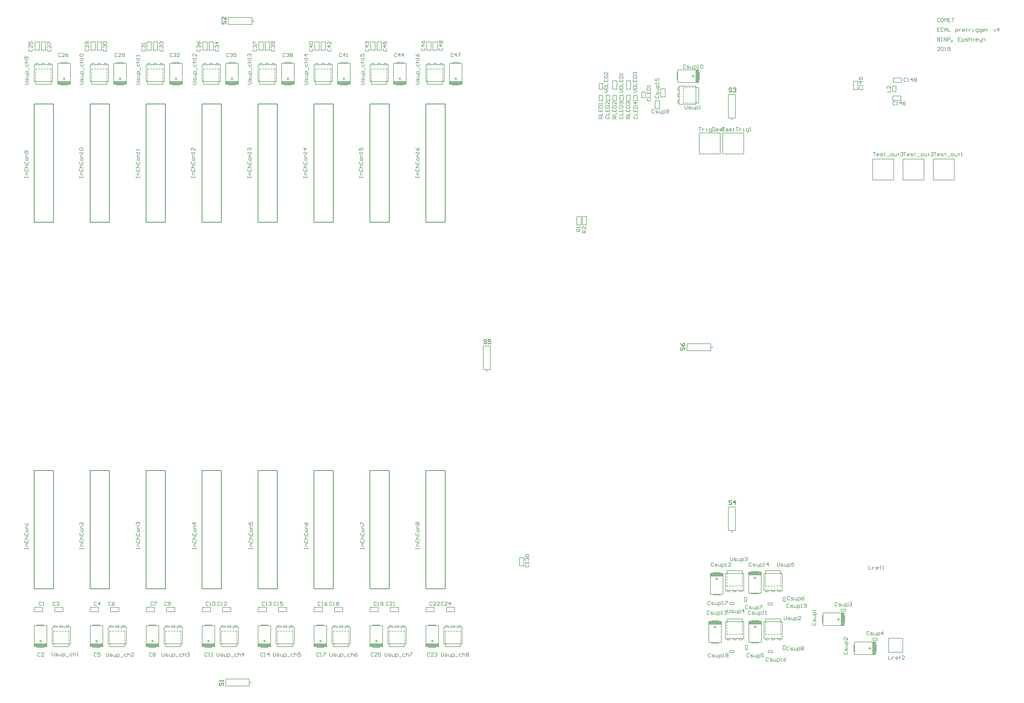
<source format=gto>
%FSAX43Y43*%
%MOMM*%
G71*
G01*
G75*
G04 Layer_Color=65535*
%ADD10C,0.200*%
%ADD11R,0.500X0.600*%
%ADD12R,0.600X0.500*%
G04:AMPARAMS|DCode=13|XSize=0.5mm|YSize=0.6mm|CornerRadius=0mm|HoleSize=0mm|Usage=FLASHONLY|Rotation=225.000|XOffset=0mm|YOffset=0mm|HoleType=Round|Shape=Rectangle|*
%AMROTATEDRECTD13*
4,1,4,-0.035,0.389,0.389,-0.035,0.035,-0.389,-0.389,0.035,-0.035,0.389,0.0*
%
%ADD13ROTATEDRECTD13*%

G04:AMPARAMS|DCode=14|XSize=0.5mm|YSize=0.6mm|CornerRadius=0mm|HoleSize=0mm|Usage=FLASHONLY|Rotation=315.000|XOffset=0mm|YOffset=0mm|HoleType=Round|Shape=Rectangle|*
%AMROTATEDRECTD14*
4,1,4,-0.389,-0.035,0.035,0.389,0.389,0.035,-0.035,-0.389,-0.389,-0.035,0.0*
%
%ADD14ROTATEDRECTD14*%

%ADD15R,3.048X3.048*%
G04:AMPARAMS|DCode=16|XSize=1mm|YSize=2mm|CornerRadius=0.1mm|HoleSize=0mm|Usage=FLASHONLY|Rotation=270.000|XOffset=0mm|YOffset=0mm|HoleType=Round|Shape=RoundedRectangle|*
%AMROUNDEDRECTD16*
21,1,1.000,1.800,0,0,270.0*
21,1,0.800,2.000,0,0,270.0*
1,1,0.200,-0.900,-0.400*
1,1,0.200,-0.900,0.400*
1,1,0.200,0.900,0.400*
1,1,0.200,0.900,-0.400*
%
%ADD16ROUNDEDRECTD16*%
G04:AMPARAMS|DCode=17|XSize=1mm|YSize=1.5mm|CornerRadius=0.1mm|HoleSize=0mm|Usage=FLASHONLY|Rotation=270.000|XOffset=0mm|YOffset=0mm|HoleType=Round|Shape=RoundedRectangle|*
%AMROUNDEDRECTD17*
21,1,1.000,1.300,0,0,270.0*
21,1,0.800,1.500,0,0,270.0*
1,1,0.200,-0.650,-0.400*
1,1,0.200,-0.650,0.400*
1,1,0.200,0.650,0.400*
1,1,0.200,0.650,-0.400*
%
%ADD17ROUNDEDRECTD17*%
G04:AMPARAMS|DCode=18|XSize=0.8mm|YSize=1mm|CornerRadius=0.08mm|HoleSize=0mm|Usage=FLASHONLY|Rotation=270.000|XOffset=0mm|YOffset=0mm|HoleType=Round|Shape=RoundedRectangle|*
%AMROUNDEDRECTD18*
21,1,0.800,0.840,0,0,270.0*
21,1,0.640,1.000,0,0,270.0*
1,1,0.160,-0.420,-0.320*
1,1,0.160,-0.420,0.320*
1,1,0.160,0.420,0.320*
1,1,0.160,0.420,-0.320*
%
%ADD18ROUNDEDRECTD18*%
G04:AMPARAMS|DCode=19|XSize=0.8mm|YSize=1mm|CornerRadius=0.08mm|HoleSize=0mm|Usage=FLASHONLY|Rotation=0.000|XOffset=0mm|YOffset=0mm|HoleType=Round|Shape=RoundedRectangle|*
%AMROUNDEDRECTD19*
21,1,0.800,0.840,0,0,0.0*
21,1,0.640,1.000,0,0,0.0*
1,1,0.160,0.320,-0.420*
1,1,0.160,-0.320,-0.420*
1,1,0.160,-0.320,0.420*
1,1,0.160,0.320,0.420*
%
%ADD19ROUNDEDRECTD19*%
%ADD20R,0.762X2.540*%
%ADD21R,5.000X6.000*%
%ADD22R,2.540X0.762*%
%ADD23R,6.000X5.000*%
%ADD24R,3.048X3.048*%
%ADD25O,0.305X1.016*%
%ADD26O,0.813X0.305*%
%ADD27O,1.016X0.305*%
%ADD28O,0.305X0.813*%
%ADD29O,2.100X6.000*%
%ADD30O,2.100X6.000*%
%ADD31C,0.120*%
%ADD32C,0.150*%
%ADD33C,1.524*%
%ADD34C,0.508*%
%ADD35C,0.500*%
%ADD36C,1.000*%
%ADD37C,1.016*%
%ADD38C,1.160*%
%ADD39C,0.254*%
%ADD40C,0.175*%
%ADD41C,0.400*%
%ADD42C,0.300*%
%ADD43R,1.850X1.850*%
%ADD44C,1.850*%
%ADD45R,1.850X1.850*%
%ADD46C,4.000*%
%ADD47C,4.500*%
%ADD48C,1.500*%
%ADD49R,1.500X1.500*%
%ADD50C,1.524*%
%ADD51C,3.000*%
%ADD52C,2.500*%
%ADD53C,1.422*%
%ADD54C,2.438*%
%ADD55C,0.600*%
%ADD56C,1.200*%
%ADD57C,0.500*%
%ADD58C,0.800*%
%ADD59C,1.000*%
%ADD60C,0.900*%
%ADD61C,1.270*%
%ADD62C,0.700*%
%ADD63C,1.300*%
%ADD64C,1.800*%
%ADD65C,2.000*%
G04:AMPARAMS|DCode=66|XSize=1.7mm|YSize=1.7mm|CornerRadius=0mm|HoleSize=0mm|Usage=FLASHONLY|Rotation=0.000|XOffset=0mm|YOffset=0mm|HoleType=Round|Shape=Relief|Width=0.15mm|Gap=0.15mm|Entries=4|*
%AMTHD66*
7,0,0,1.700,1.400,0.150,45*
%
%ADD66THD66*%
G04:AMPARAMS|DCode=67|XSize=3.6mm|YSize=3.6mm|CornerRadius=0mm|HoleSize=0mm|Usage=FLASHONLY|Rotation=0.000|XOffset=0mm|YOffset=0mm|HoleType=Round|Shape=Relief|Width=0.15mm|Gap=0.15mm|Entries=4|*
%AMTHD67*
7,0,0,3.600,3.300,0.150,45*
%
%ADD67THD67*%
G04:AMPARAMS|DCode=68|XSize=3.4mm|YSize=3.4mm|CornerRadius=0mm|HoleSize=0mm|Usage=FLASHONLY|Rotation=0.000|XOffset=0mm|YOffset=0mm|HoleType=Round|Shape=Relief|Width=0.15mm|Gap=0.15mm|Entries=4|*
%AMTHD68*
7,0,0,3.400,3.100,0.150,45*
%
%ADD68THD68*%
%ADD69C,1.400*%
G04:AMPARAMS|DCode=70|XSize=1.5mm|YSize=1.5mm|CornerRadius=0mm|HoleSize=0mm|Usage=FLASHONLY|Rotation=0.000|XOffset=0mm|YOffset=0mm|HoleType=Round|Shape=Relief|Width=0.15mm|Gap=0.15mm|Entries=4|*
%AMTHD70*
7,0,0,1.500,1.200,0.150,45*
%
%ADD70THD70*%
%ADD71C,2.800*%
%ADD72C,2.300*%
%ADD73C,3.500*%
G04:AMPARAMS|DCode=74|XSize=1.4128mm|YSize=1.4128mm|CornerRadius=0mm|HoleSize=0mm|Usage=FLASHONLY|Rotation=0.000|XOffset=0mm|YOffset=0mm|HoleType=Round|Shape=Relief|Width=0.15mm|Gap=0.15mm|Entries=4|*
%AMTHD74*
7,0,0,1.413,1.113,0.150,45*
%
%ADD74THD74*%
%ADD75C,1.313*%
G04:AMPARAMS|DCode=76|XSize=1.9208mm|YSize=1.9208mm|CornerRadius=0mm|HoleSize=0mm|Usage=FLASHONLY|Rotation=0.000|XOffset=0mm|YOffset=0mm|HoleType=Round|Shape=Relief|Width=0.15mm|Gap=0.15mm|Entries=4|*
%AMTHD76*
7,0,0,1.921,1.621,0.150,45*
%
%ADD76THD76*%
%ADD77C,1.821*%
G04:AMPARAMS|DCode=78|XSize=0.9mm|YSize=0.9mm|CornerRadius=0mm|HoleSize=0mm|Usage=FLASHONLY|Rotation=0.000|XOffset=0mm|YOffset=0mm|HoleType=Round|Shape=Relief|Width=0.15mm|Gap=0.15mm|Entries=4|*
%AMTHD78*
7,0,0,0.900,0.600,0.150,45*
%
%ADD78THD78*%
%ADD79C,0.800*%
%ADD80C,0.750*%
G04:AMPARAMS|DCode=81|XSize=1.4mm|YSize=1.4mm|CornerRadius=0mm|HoleSize=0mm|Usage=FLASHONLY|Rotation=0.000|XOffset=0mm|YOffset=0mm|HoleType=Round|Shape=Relief|Width=0.15mm|Gap=0.15mm|Entries=4|*
%AMTHD81*
7,0,0,1.400,1.100,0.150,45*
%
%ADD81THD81*%
G04:AMPARAMS|DCode=82|XSize=1.3mm|YSize=1.3mm|CornerRadius=0mm|HoleSize=0mm|Usage=FLASHONLY|Rotation=0.000|XOffset=0mm|YOffset=0mm|HoleType=Round|Shape=Relief|Width=0.15mm|Gap=0.15mm|Entries=4|*
%AMTHD82*
7,0,0,1.300,1.000,0.150,45*
%
%ADD82THD82*%
%ADD83C,0.900*%
G04:AMPARAMS|DCode=84|XSize=0.85mm|YSize=0.85mm|CornerRadius=0mm|HoleSize=0mm|Usage=FLASHONLY|Rotation=0.000|XOffset=0mm|YOffset=0mm|HoleType=Round|Shape=Relief|Width=0.15mm|Gap=0.15mm|Entries=4|*
%AMTHD84*
7,0,0,0.850,0.550,0.150,45*
%
%ADD84THD84*%
%ADD85C,1.100*%
%ADD86C,1.000*%
G04:AMPARAMS|DCode=87|XSize=1.3112mm|YSize=1.3112mm|CornerRadius=0mm|HoleSize=0mm|Usage=FLASHONLY|Rotation=0.000|XOffset=0mm|YOffset=0mm|HoleType=Round|Shape=Relief|Width=0.15mm|Gap=0.15mm|Entries=4|*
%AMTHD87*
7,0,0,1.311,1.011,0.150,45*
%
%ADD87THD87*%
%ADD88C,1.211*%
G04:AMPARAMS|DCode=89|XSize=1.8mm|YSize=1.8mm|CornerRadius=0mm|HoleSize=0mm|Usage=FLASHONLY|Rotation=0.000|XOffset=0mm|YOffset=0mm|HoleType=Round|Shape=Relief|Width=0.15mm|Gap=0.15mm|Entries=4|*
%AMTHD89*
7,0,0,1.800,1.500,0.150,45*
%
%ADD89THD89*%
%ADD90C,1.700*%
%ADD91C,1.770*%
%ADD92C,1.600*%
%ADD93C,3.300*%
G04:AMPARAMS|DCode=94|XSize=1.2mm|YSize=1.2mm|CornerRadius=0mm|HoleSize=0mm|Usage=FLASHONLY|Rotation=0.000|XOffset=0mm|YOffset=0mm|HoleType=Round|Shape=Relief|Width=0.15mm|Gap=0.15mm|Entries=4|*
%AMTHD94*
7,0,0,1.200,0.900,0.150,45*
%
%ADD94THD94*%
%ADD95R,1.650X0.300*%
%ADD96R,0.300X1.650*%
%ADD97O,1.270X0.762*%
%ADD98R,1.270X0.762*%
%ADD99O,0.300X1.700*%
%ADD100O,1.600X0.250*%
%ADD101O,0.250X1.600*%
%ADD102R,0.250X1.600*%
%ADD103O,0.508X1.778*%
%ADD104R,0.508X1.778*%
%ADD105R,1.500X1.600*%
G04:AMPARAMS|DCode=106|XSize=1.6mm|YSize=1.5mm|CornerRadius=0mm|HoleSize=0mm|Usage=FLASHONLY|Rotation=270.000|XOffset=0mm|YOffset=0mm|HoleType=Round|Shape=Octagon|*
%AMOCTAGOND106*
4,1,8,-0.375,-0.800,0.375,-0.800,0.750,-0.425,0.750,0.425,0.375,0.800,-0.375,0.800,-0.750,0.425,-0.750,-0.425,-0.375,-0.800,0.0*
%
%ADD106OCTAGOND106*%

%ADD107R,4.600X0.610*%
%ADD108R,4.600X0.810*%
%ADD109O,1.778X0.381*%
%ADD110R,1.778X0.381*%
%ADD111C,0.305*%
%ADD112C,0.250*%
%ADD113C,0.203*%
G54D10*
X0192730Y0149760D02*
Y0158320D01*
X0195270D01*
Y0149760D02*
Y0158320D01*
X0192730Y0149760D02*
X0195270D01*
X0266780Y0156630D02*
X0275340D01*
X0266780D02*
Y0159170D01*
X0275340D01*
Y0156630D02*
Y0159170D01*
X0099180Y0034730D02*
X0107740D01*
X0099180D02*
Y0037270D01*
X0107740D01*
Y0034730D02*
Y0037270D01*
X0100180Y0275230D02*
X0108740D01*
X0100180D02*
Y0277770D01*
X0108740D01*
Y0275230D02*
Y0277770D01*
X0281730Y0241260D02*
Y0249820D01*
X0284270D01*
Y0241260D02*
Y0249820D01*
X0281730Y0241260D02*
X0284270D01*
X0281730Y0091260D02*
Y0099820D01*
X0284270D01*
Y0091260D02*
Y0099820D01*
X0281730Y0091260D02*
X0284270D01*
X0236135Y0251754D02*
Y0253786D01*
X0234865Y0251754D02*
Y0253786D01*
Y0251754D02*
X0236135D01*
X0234865Y0253786D02*
X0236135D01*
X0228700Y0202400D02*
X0230300D01*
Y0205400D01*
X0228700D02*
X0230300D01*
X0228700Y0202400D02*
Y0205400D01*
X0226700Y0202400D02*
X0228300D01*
Y0205400D01*
X0226700D02*
X0228300D01*
X0226700Y0202400D02*
Y0205400D01*
X0344600Y0254200D02*
Y0255800D01*
X0341600D02*
X0344600D01*
X0341600Y0254200D02*
Y0255800D01*
Y0254200D02*
X0344600D01*
X0327200Y0251600D02*
X0328800D01*
Y0254600D01*
X0327200D02*
X0328800D01*
X0327200Y0251600D02*
Y0254600D01*
X0172154Y0265886D02*
X0173754D01*
Y0268886D01*
X0172154D02*
X0173754D01*
X0172154Y0265886D02*
Y0268886D01*
X0151834Y0265886D02*
X0153434D01*
Y0268886D01*
X0151834D02*
X0153434D01*
X0151834Y0265886D02*
Y0268886D01*
X0131514Y0265886D02*
X0133114D01*
Y0268886D01*
X0131514D02*
X0133114D01*
X0131514Y0265886D02*
Y0268886D01*
X0111194Y0265886D02*
X0112794D01*
Y0268886D01*
X0111194D02*
X0112794D01*
X0111194Y0265886D02*
Y0268886D01*
X0029914Y0265886D02*
X0031514D01*
Y0268886D01*
X0029914D02*
X0031514D01*
X0029914Y0265886D02*
Y0268886D01*
X0174440Y0265884D02*
X0176040D01*
Y0268884D01*
X0174440D02*
X0176040D01*
X0174440Y0265884D02*
Y0268884D01*
X0154120Y0265884D02*
X0155720D01*
Y0268884D01*
X0154120D02*
X0155720D01*
X0154120Y0265884D02*
Y0268884D01*
X0133800Y0265884D02*
X0135400D01*
Y0268884D01*
X0133800D02*
X0135400D01*
X0133800Y0265884D02*
Y0268884D01*
X0113480Y0265884D02*
X0115080D01*
Y0268884D01*
X0113480D02*
X0115080D01*
X0113480Y0265884D02*
Y0268884D01*
X0093160Y0265884D02*
X0094760D01*
Y0268884D01*
X0093160D02*
X0094760D01*
X0093160Y0265884D02*
Y0268884D01*
X0032200Y0265886D02*
X0033800D01*
Y0268886D01*
X0032200D02*
X0033800D01*
X0032200Y0265886D02*
Y0268886D01*
X0182340Y0061700D02*
Y0063300D01*
X0179340D02*
X0182340D01*
X0179340Y0061700D02*
Y0063300D01*
Y0061700D02*
X0182340D01*
X0171902D02*
Y0063300D01*
Y0061700D02*
X0174902D01*
Y0063300D01*
X0171902D02*
X0174902D01*
X0162000Y0061700D02*
Y0063300D01*
X0159000D02*
X0162000D01*
X0159000Y0061700D02*
Y0063300D01*
Y0061700D02*
X0162000D01*
X0121380D02*
Y0063300D01*
X0118380D02*
X0121380D01*
X0118380Y0061700D02*
Y0063300D01*
Y0061700D02*
X0121380D01*
X0111000D02*
Y0063300D01*
Y0061700D02*
X0114000D01*
Y0063300D01*
X0111000D02*
X0114000D01*
X0101100Y0061700D02*
Y0063300D01*
X0098100D02*
X0101100D01*
X0098100Y0061700D02*
Y0063300D01*
Y0061700D02*
X0101100D01*
X0090700D02*
Y0063300D01*
Y0061700D02*
X0093700D01*
Y0063300D01*
X0090700D02*
X0093700D01*
X0080740Y0061700D02*
Y0063300D01*
X0077740D02*
X0080740D01*
X0077740Y0061700D02*
Y0063300D01*
Y0061700D02*
X0080740D01*
X0070400D02*
Y0063300D01*
Y0061700D02*
X0073400D01*
Y0063300D01*
X0070400D02*
X0073400D01*
X0060400Y0061700D02*
Y0063300D01*
X0057400D02*
X0060400D01*
X0057400Y0061700D02*
Y0063300D01*
Y0061700D02*
X0060400D01*
X0050000D02*
Y0063300D01*
Y0061700D02*
X0053000D01*
Y0063300D01*
X0050000D02*
X0053000D01*
X0040100Y0061700D02*
Y0063300D01*
X0037100D02*
X0040100D01*
X0037100Y0061700D02*
Y0063300D01*
Y0061700D02*
X0040100D01*
X0029700D02*
Y0063300D01*
Y0061700D02*
X0032700D01*
Y0063300D01*
X0029700D02*
X0032700D01*
X0151600D02*
X0154600D01*
Y0061700D02*
Y0063300D01*
X0151600Y0061700D02*
X0154600D01*
X0151600D02*
Y0063300D01*
X0138700Y0061700D02*
X0141700D01*
X0138700D02*
Y0063300D01*
X0141700D01*
Y0061700D02*
Y0063300D01*
X0131300D02*
X0134300D01*
Y0061700D02*
Y0063300D01*
X0131300Y0061700D02*
X0134300D01*
X0131300D02*
Y0063300D01*
X0345050Y0049540D02*
Y0052040D01*
X0339950D02*
X0345050D01*
X0339950Y0047040D02*
Y0052040D01*
Y0047040D02*
X0345050D01*
Y0049540D01*
X0344400Y0247700D02*
Y0249300D01*
X0341400D02*
X0344400D01*
X0341400Y0247700D02*
Y0249300D01*
Y0247700D02*
X0344400D01*
X0070554Y0265886D02*
Y0268886D01*
X0072154D01*
Y0265886D02*
Y0268886D01*
X0070554Y0265886D02*
X0072154D01*
X0052520D02*
Y0268886D01*
X0054120D01*
Y0265886D02*
Y0268886D01*
X0052520Y0265886D02*
X0054120D01*
X0050234D02*
Y0268886D01*
X0051834D01*
Y0265886D02*
Y0268886D01*
X0050234Y0265886D02*
X0051834D01*
X0072840D02*
Y0268886D01*
X0074440D01*
Y0265886D02*
Y0268886D01*
X0072840Y0265886D02*
X0074440D01*
X0090874D02*
Y0268886D01*
X0092474D01*
Y0265886D02*
Y0268886D01*
X0090874Y0265886D02*
X0092474D01*
X0250365Y0248714D02*
Y0250746D01*
X0251635Y0248714D02*
Y0250746D01*
X0250365D02*
X0251635D01*
X0250365Y0248714D02*
X0251635D01*
X0237365Y0247508D02*
Y0249540D01*
X0238635Y0247508D02*
Y0249540D01*
X0237365D02*
X0238635D01*
X0237365Y0247508D02*
X0238635D01*
X0242365D02*
Y0249540D01*
X0243635Y0247508D02*
Y0249540D01*
X0242365D02*
X0243635D01*
X0242365Y0247508D02*
X0243635D01*
X0247365D02*
Y0249540D01*
X0248635Y0247508D02*
Y0249540D01*
X0247365D02*
X0248635D01*
X0247365Y0247508D02*
X0248635D01*
X0256800Y0244600D02*
Y0247600D01*
X0255200Y0244600D02*
X0256800D01*
X0255200D02*
Y0247600D01*
X0256800D01*
X0257200Y0248900D02*
Y0251900D01*
X0258800D01*
Y0248900D02*
Y0251900D01*
X0257200Y0248900D02*
X0258800D01*
X0342635Y0250754D02*
Y0252786D01*
X0341365Y0250754D02*
Y0252786D01*
Y0250754D02*
X0342635D01*
X0341365Y0252786D02*
X0342635D01*
X0234865Y0247508D02*
Y0249540D01*
X0236135Y0247508D02*
Y0249540D01*
X0234865D02*
X0236135D01*
X0234865Y0247508D02*
X0236135D01*
X0239865D02*
Y0249540D01*
X0241135Y0247508D02*
Y0249540D01*
X0239865D02*
X0241135D01*
X0239865Y0247508D02*
X0241135D01*
X0244865D02*
Y0249540D01*
X0246135Y0247508D02*
Y0249540D01*
X0244865D02*
X0246135D01*
X0244865Y0247508D02*
X0246135D01*
X0205900Y0078400D02*
Y0081400D01*
X0207500D01*
Y0078400D02*
Y0081400D01*
X0205900Y0078400D02*
X0207500D01*
X0161366Y0264583D02*
X0161150Y0264800D01*
X0160717D01*
X0160500Y0264583D01*
Y0263717D01*
X0160717Y0263500D01*
X0161150D01*
X0161366Y0263717D01*
X0162449Y0263500D02*
Y0264800D01*
X0161800Y0264150D01*
X0162666D01*
X0163749Y0263500D02*
Y0264800D01*
X0163099Y0264150D01*
X0163966D01*
X0141366Y0264583D02*
X0141150Y0264800D01*
X0140717D01*
X0140500Y0264583D01*
Y0263717D01*
X0140717Y0263500D01*
X0141150D01*
X0141366Y0263717D01*
X0142449Y0263500D02*
Y0264800D01*
X0141800Y0264150D01*
X0142666D01*
X0143099Y0263500D02*
X0143532D01*
X0143316D01*
Y0264800D01*
X0143099Y0264583D01*
X0120866D02*
X0120650Y0264800D01*
X0120217D01*
X0120000Y0264583D01*
Y0263717D01*
X0120217Y0263500D01*
X0120650D01*
X0120866Y0263717D01*
X0121300Y0264583D02*
X0121516Y0264800D01*
X0121949D01*
X0122166Y0264583D01*
Y0264366D01*
X0121949Y0264150D01*
X0121733D01*
X0121949D01*
X0122166Y0263933D01*
Y0263717D01*
X0121949Y0263500D01*
X0121516D01*
X0121300Y0263717D01*
X0122599Y0264583D02*
X0122816Y0264800D01*
X0123249D01*
X0123466Y0264583D01*
Y0264366D01*
X0123249Y0264150D01*
X0123466Y0263933D01*
Y0263717D01*
X0123249Y0263500D01*
X0122816D01*
X0122599Y0263717D01*
Y0263933D01*
X0122816Y0264150D01*
X0122599Y0264366D01*
Y0264583D01*
X0122816Y0264150D02*
X0123249D01*
X0247200Y0250500D02*
X0248067D01*
X0248500Y0250933D01*
X0248067Y0251366D01*
X0247200D01*
Y0251800D02*
X0248500D01*
Y0252449D01*
X0248283Y0252666D01*
X0247417D01*
X0247200Y0252449D01*
Y0251800D01*
Y0253099D02*
X0248500D01*
Y0253966D01*
X0247200Y0255265D02*
Y0254399D01*
X0248500D01*
Y0255265D01*
X0247850Y0254399D02*
Y0254832D01*
X0247200Y0255698D02*
X0248500D01*
Y0256348D01*
X0248283Y0256565D01*
X0247417D01*
X0247200Y0256348D01*
Y0255698D01*
X0247417Y0256998D02*
X0247200Y0257215D01*
Y0257648D01*
X0247417Y0257864D01*
X0247634D01*
X0247850Y0257648D01*
Y0257431D01*
Y0257648D01*
X0248067Y0257864D01*
X0248283D01*
X0248500Y0257648D01*
Y0257215D01*
X0248283Y0256998D01*
X0236700Y0250500D02*
X0237567D01*
X0238000Y0250933D01*
X0237567Y0251366D01*
X0236700D01*
Y0251800D02*
X0238000D01*
Y0252449D01*
X0237783Y0252666D01*
X0236917D01*
X0236700Y0252449D01*
Y0251800D01*
Y0253099D02*
X0238000D01*
Y0253966D01*
X0236700Y0255265D02*
Y0254399D01*
X0238000D01*
Y0255265D01*
X0237350Y0254399D02*
Y0254832D01*
X0236700Y0255698D02*
X0238000D01*
Y0256348D01*
X0237783Y0256565D01*
X0236917D01*
X0236700Y0256348D01*
Y0255698D01*
X0238000Y0257864D02*
Y0256998D01*
X0237134Y0257864D01*
X0236917D01*
X0236700Y0257648D01*
Y0257215D01*
X0236917Y0256998D01*
X0242200Y0250500D02*
X0243067D01*
X0243500Y0250933D01*
X0243067Y0251366D01*
X0242200D01*
Y0251800D02*
X0243500D01*
Y0252449D01*
X0243283Y0252666D01*
X0242417D01*
X0242200Y0252449D01*
Y0251800D01*
Y0253099D02*
X0243500D01*
Y0253966D01*
X0242200Y0255265D02*
Y0254399D01*
X0243500D01*
Y0255265D01*
X0242850Y0254399D02*
Y0254832D01*
X0242200Y0255698D02*
X0243500D01*
Y0256348D01*
X0243283Y0256565D01*
X0242417D01*
X0242200Y0256348D01*
Y0255698D01*
X0243500Y0256998D02*
Y0257431D01*
Y0257215D01*
X0242200D01*
X0242417Y0256998D01*
X0271000Y0237800D02*
X0271866D01*
X0271433D01*
Y0236500D01*
X0272300Y0237366D02*
Y0236500D01*
Y0236933D01*
X0272516Y0237150D01*
X0272733Y0237366D01*
X0272949D01*
X0273599Y0236500D02*
X0274032D01*
X0273816D01*
Y0237366D01*
X0273599D01*
X0275115Y0236067D02*
X0275332D01*
X0275549Y0236283D01*
Y0237366D01*
X0274899D01*
X0274682Y0237150D01*
Y0236717D01*
X0274899Y0236500D01*
X0275549D01*
X0275982Y0237800D02*
Y0236500D01*
X0276632D01*
X0276848Y0236717D01*
Y0237583D01*
X0276632Y0237800D01*
X0275982D01*
X0277931Y0236500D02*
X0277498D01*
X0277281Y0236717D01*
Y0237150D01*
X0277498Y0237366D01*
X0277931D01*
X0278148Y0237150D01*
Y0236933D01*
X0277281D01*
X0278581Y0236500D02*
X0279231D01*
X0279447Y0236717D01*
X0279231Y0236933D01*
X0278797D01*
X0278581Y0237150D01*
X0278797Y0237366D01*
X0279447D01*
X0279880Y0236500D02*
X0280314D01*
X0280097D01*
Y0237800D01*
X0279880Y0237583D01*
X0280366Y0237800D02*
X0279500D01*
Y0237150D01*
X0279933D01*
X0279500D01*
Y0236500D01*
X0281016Y0237366D02*
X0281449D01*
X0281666Y0237150D01*
Y0236500D01*
X0281016D01*
X0280800Y0236717D01*
X0281016Y0236933D01*
X0281666D01*
X0282099Y0236500D02*
X0282749D01*
X0282966Y0236717D01*
X0282749Y0236933D01*
X0282316D01*
X0282099Y0237150D01*
X0282316Y0237366D01*
X0282966D01*
X0283615Y0237583D02*
Y0237366D01*
X0283399D01*
X0283832D01*
X0283615D01*
Y0236717D01*
X0283832Y0236500D01*
X0284482Y0237800D02*
X0285348D01*
X0284915D01*
Y0236500D01*
X0285781Y0237366D02*
Y0236500D01*
Y0236933D01*
X0285998Y0237150D01*
X0286215Y0237366D01*
X0286431D01*
X0287081Y0236500D02*
X0287514D01*
X0287297D01*
Y0237366D01*
X0287081D01*
X0288597Y0236067D02*
X0288814D01*
X0289030Y0236283D01*
Y0237366D01*
X0288380D01*
X0288164Y0237150D01*
Y0236717D01*
X0288380Y0236500D01*
X0289030D01*
X0289463D02*
X0289897D01*
X0289680D01*
Y0237800D01*
X0289463Y0237583D01*
X0230000Y0199500D02*
X0228700D01*
Y0200150D01*
X0228917Y0200366D01*
X0229350D01*
X0229567Y0200150D01*
Y0199500D01*
Y0199933D02*
X0230000Y0200366D01*
Y0201666D02*
Y0200800D01*
X0229134Y0201666D01*
X0228917D01*
X0228700Y0201449D01*
Y0201016D01*
X0228917Y0200800D01*
X0228000Y0200000D02*
X0226700D01*
Y0200650D01*
X0226917Y0200866D01*
X0227350D01*
X0227567Y0200650D01*
Y0200000D01*
Y0200433D02*
X0228000Y0200866D01*
Y0201300D02*
Y0201733D01*
Y0201516D01*
X0226700D01*
X0226917Y0201300D01*
X0346366Y0255583D02*
X0346150Y0255800D01*
X0345717D01*
X0345500Y0255583D01*
Y0254717D01*
X0345717Y0254500D01*
X0346150D01*
X0346366Y0254717D01*
X0346800Y0254500D02*
X0347233D01*
X0347016D01*
Y0255800D01*
X0346800Y0255583D01*
X0348532Y0254500D02*
Y0255800D01*
X0347883Y0255150D01*
X0348749D01*
X0349182Y0255583D02*
X0349399Y0255800D01*
X0349832D01*
X0350049Y0255583D01*
Y0255366D01*
X0349832Y0255150D01*
X0350049Y0254933D01*
Y0254717D01*
X0349832Y0254500D01*
X0349399D01*
X0349182Y0254717D01*
Y0254933D01*
X0349399Y0255150D01*
X0349182Y0255366D01*
Y0255583D01*
X0349399Y0255150D02*
X0349832D01*
X0329417Y0252366D02*
X0329200Y0252150D01*
Y0251717D01*
X0329417Y0251500D01*
X0330283D01*
X0330500Y0251717D01*
Y0252150D01*
X0330283Y0252366D01*
X0330500Y0252800D02*
Y0253233D01*
Y0253016D01*
X0329200D01*
X0329417Y0252800D01*
X0330500Y0254532D02*
X0329200D01*
X0329850Y0253883D01*
Y0254749D01*
X0329200Y0256049D02*
Y0255182D01*
X0329850D01*
X0329634Y0255615D01*
Y0255832D01*
X0329850Y0256049D01*
X0330283D01*
X0330500Y0255832D01*
Y0255399D01*
X0330283Y0255182D01*
X0170417Y0266666D02*
X0170200Y0266450D01*
Y0266017D01*
X0170417Y0265800D01*
X0171283D01*
X0171500Y0266017D01*
Y0266450D01*
X0171283Y0266666D01*
X0171500Y0267749D02*
X0170200D01*
X0170850Y0267100D01*
Y0267966D01*
X0170200Y0269266D02*
X0170417Y0268832D01*
X0170850Y0268399D01*
X0171283D01*
X0171500Y0268616D01*
Y0269049D01*
X0171283Y0269266D01*
X0171067D01*
X0170850Y0269049D01*
Y0268399D01*
X0150117Y0266366D02*
X0149900Y0266150D01*
Y0265717D01*
X0150117Y0265500D01*
X0150983D01*
X0151200Y0265717D01*
Y0266150D01*
X0150983Y0266366D01*
X0151200Y0267449D02*
X0149900D01*
X0150550Y0266800D01*
Y0267666D01*
X0150117Y0268099D02*
X0149900Y0268316D01*
Y0268749D01*
X0150117Y0268966D01*
X0150334D01*
X0150550Y0268749D01*
Y0268532D01*
Y0268749D01*
X0150767Y0268966D01*
X0150983D01*
X0151200Y0268749D01*
Y0268316D01*
X0150983Y0268099D01*
X0129817Y0266366D02*
X0129600Y0266150D01*
Y0265717D01*
X0129817Y0265500D01*
X0130683D01*
X0130900Y0265717D01*
Y0266150D01*
X0130683Y0266366D01*
X0130900Y0267449D02*
X0129600D01*
X0130250Y0266800D01*
Y0267666D01*
X0129817Y0268099D02*
X0129600Y0268316D01*
Y0268749D01*
X0129817Y0268966D01*
X0130683D01*
X0130900Y0268749D01*
Y0268316D01*
X0130683Y0268099D01*
X0129817D01*
X0109417Y0266366D02*
X0109200Y0266150D01*
Y0265717D01*
X0109417Y0265500D01*
X0110283D01*
X0110500Y0265717D01*
Y0266150D01*
X0110283Y0266366D01*
X0109417Y0266800D02*
X0109200Y0267016D01*
Y0267449D01*
X0109417Y0267666D01*
X0109634D01*
X0109850Y0267449D01*
Y0267233D01*
Y0267449D01*
X0110067Y0267666D01*
X0110283D01*
X0110500Y0267449D01*
Y0267016D01*
X0110283Y0266800D01*
X0109200Y0268099D02*
Y0268966D01*
X0109417D01*
X0110283Y0268099D01*
X0110500D01*
X0027917Y0266366D02*
X0027700Y0266150D01*
Y0265717D01*
X0027917Y0265500D01*
X0028783D01*
X0029000Y0265717D01*
Y0266150D01*
X0028783Y0266366D01*
X0029000Y0267666D02*
Y0266800D01*
X0028134Y0267666D01*
X0027917D01*
X0027700Y0267449D01*
Y0267016D01*
X0027917Y0266800D01*
X0027700Y0268966D02*
Y0268099D01*
X0028350D01*
X0028134Y0268532D01*
Y0268749D01*
X0028350Y0268966D01*
X0028783D01*
X0029000Y0268749D01*
Y0268316D01*
X0028783Y0268099D01*
X0176917Y0266666D02*
X0176700Y0266450D01*
Y0266017D01*
X0176917Y0265800D01*
X0177783D01*
X0178000Y0266017D01*
Y0266450D01*
X0177783Y0266666D01*
X0178000Y0267749D02*
X0176700D01*
X0177350Y0267100D01*
Y0267966D01*
X0176917Y0268399D02*
X0176700Y0268616D01*
Y0269049D01*
X0176917Y0269266D01*
X0177134D01*
X0177350Y0269049D01*
X0177567Y0269266D01*
X0177783D01*
X0178000Y0269049D01*
Y0268616D01*
X0177783Y0268399D01*
X0177567D01*
X0177350Y0268616D01*
X0177134Y0268399D01*
X0176917D01*
X0177350Y0268616D02*
Y0269049D01*
X0156617Y0266366D02*
X0156400Y0266150D01*
Y0265717D01*
X0156617Y0265500D01*
X0157483D01*
X0157700Y0265717D01*
Y0266150D01*
X0157483Y0266366D01*
X0157700Y0267449D02*
X0156400D01*
X0157050Y0266800D01*
Y0267666D01*
X0156400Y0268966D02*
Y0268099D01*
X0157050D01*
X0156834Y0268532D01*
Y0268749D01*
X0157050Y0268966D01*
X0157483D01*
X0157700Y0268749D01*
Y0268316D01*
X0157483Y0268099D01*
X0136417Y0266366D02*
X0136200Y0266150D01*
Y0265717D01*
X0136417Y0265500D01*
X0137283D01*
X0137500Y0265717D01*
Y0266150D01*
X0137283Y0266366D01*
X0137500Y0267449D02*
X0136200D01*
X0136850Y0266800D01*
Y0267666D01*
X0137500Y0268966D02*
Y0268099D01*
X0136634Y0268966D01*
X0136417D01*
X0136200Y0268749D01*
Y0268316D01*
X0136417Y0268099D01*
X0115917Y0266366D02*
X0115700Y0266150D01*
Y0265717D01*
X0115917Y0265500D01*
X0116783D01*
X0117000Y0265717D01*
Y0266150D01*
X0116783Y0266366D01*
X0115917Y0266800D02*
X0115700Y0267016D01*
Y0267449D01*
X0115917Y0267666D01*
X0116134D01*
X0116350Y0267449D01*
Y0267233D01*
Y0267449D01*
X0116567Y0267666D01*
X0116783D01*
X0117000Y0267449D01*
Y0267016D01*
X0116783Y0266800D01*
Y0268099D02*
X0117000Y0268316D01*
Y0268749D01*
X0116783Y0268966D01*
X0115917D01*
X0115700Y0268749D01*
Y0268316D01*
X0115917Y0268099D01*
X0116134D01*
X0116350Y0268316D01*
Y0268966D01*
X0088917Y0266366D02*
X0088700Y0266150D01*
Y0265717D01*
X0088917Y0265500D01*
X0089783D01*
X0090000Y0265717D01*
Y0266150D01*
X0089783Y0266366D01*
X0088917Y0266800D02*
X0088700Y0267016D01*
Y0267449D01*
X0088917Y0267666D01*
X0089134D01*
X0089350Y0267449D01*
Y0267233D01*
Y0267449D01*
X0089567Y0267666D01*
X0089783D01*
X0090000Y0267449D01*
Y0267016D01*
X0089783Y0266800D01*
X0088700Y0268966D02*
X0088917Y0268532D01*
X0089350Y0268099D01*
X0089783D01*
X0090000Y0268316D01*
Y0268749D01*
X0089783Y0268966D01*
X0089567D01*
X0089350Y0268749D01*
Y0268099D01*
X0034717Y0266366D02*
X0034500Y0266150D01*
Y0265717D01*
X0034717Y0265500D01*
X0035583D01*
X0035800Y0265717D01*
Y0266150D01*
X0035583Y0266366D01*
X0035800Y0267666D02*
Y0266800D01*
X0034934Y0267666D01*
X0034717D01*
X0034500Y0267449D01*
Y0267016D01*
X0034717Y0266800D01*
X0034500Y0268099D02*
Y0268966D01*
X0034717D01*
X0035583Y0268099D01*
X0035800D01*
X0178366Y0065083D02*
X0178150Y0065300D01*
X0177717D01*
X0177500Y0065083D01*
Y0064217D01*
X0177717Y0064000D01*
X0178150D01*
X0178366Y0064217D01*
X0179666Y0064000D02*
X0178800D01*
X0179666Y0064866D01*
Y0065083D01*
X0179449Y0065300D01*
X0179016D01*
X0178800Y0065083D01*
X0180749Y0064000D02*
Y0065300D01*
X0180099Y0064650D01*
X0180966D01*
X0174266Y0065083D02*
X0174050Y0065300D01*
X0173617D01*
X0173400Y0065083D01*
Y0064217D01*
X0173617Y0064000D01*
X0174050D01*
X0174266Y0064217D01*
X0175566Y0064000D02*
X0174700D01*
X0175566Y0064866D01*
Y0065083D01*
X0175349Y0065300D01*
X0174916D01*
X0174700Y0065083D01*
X0176866Y0064000D02*
X0175999D01*
X0176866Y0064866D01*
Y0065083D01*
X0176649Y0065300D01*
X0176216D01*
X0175999Y0065083D01*
X0158366D02*
X0158150Y0065300D01*
X0157717D01*
X0157500Y0065083D01*
Y0064217D01*
X0157717Y0064000D01*
X0158150D01*
X0158366Y0064217D01*
X0159666Y0064000D02*
X0158800D01*
X0159666Y0064866D01*
Y0065083D01*
X0159449Y0065300D01*
X0159016D01*
X0158800Y0065083D01*
X0160099Y0064000D02*
X0160532D01*
X0160316D01*
Y0065300D01*
X0160099Y0065083D01*
X0117566D02*
X0117350Y0065300D01*
X0116917D01*
X0116700Y0065083D01*
Y0064217D01*
X0116917Y0064000D01*
X0117350D01*
X0117566Y0064217D01*
X0118000Y0064000D02*
X0118433D01*
X0118216D01*
Y0065300D01*
X0118000Y0065083D01*
X0119949Y0065300D02*
X0119083D01*
Y0064650D01*
X0119516Y0064866D01*
X0119732D01*
X0119949Y0064650D01*
Y0064217D01*
X0119732Y0064000D01*
X0119299D01*
X0119083Y0064217D01*
X0113366Y0065083D02*
X0113150Y0065300D01*
X0112717D01*
X0112500Y0065083D01*
Y0064217D01*
X0112717Y0064000D01*
X0113150D01*
X0113366Y0064217D01*
X0113800Y0064000D02*
X0114233D01*
X0114016D01*
Y0065300D01*
X0113800Y0065083D01*
X0114883D02*
X0115099Y0065300D01*
X0115532D01*
X0115749Y0065083D01*
Y0064866D01*
X0115532Y0064650D01*
X0115316D01*
X0115532D01*
X0115749Y0064433D01*
Y0064217D01*
X0115532Y0064000D01*
X0115099D01*
X0114883Y0064217D01*
X0097166Y0065083D02*
X0096950Y0065300D01*
X0096517D01*
X0096300Y0065083D01*
Y0064217D01*
X0096517Y0064000D01*
X0096950D01*
X0097166Y0064217D01*
X0097600Y0064000D02*
X0098033D01*
X0097816D01*
Y0065300D01*
X0097600Y0065083D01*
X0099549Y0064000D02*
X0098683D01*
X0099549Y0064866D01*
Y0065083D01*
X0099332Y0065300D01*
X0098899D01*
X0098683Y0065083D01*
X0092966D02*
X0092750Y0065300D01*
X0092317D01*
X0092100Y0065083D01*
Y0064217D01*
X0092317Y0064000D01*
X0092750D01*
X0092966Y0064217D01*
X0093400Y0064000D02*
X0093833D01*
X0093616D01*
Y0065300D01*
X0093400Y0065083D01*
X0094483D02*
X0094699Y0065300D01*
X0095132D01*
X0095349Y0065083D01*
Y0064217D01*
X0095132Y0064000D01*
X0094699D01*
X0094483Y0064217D01*
Y0065083D01*
X0077866D02*
X0077650Y0065300D01*
X0077217D01*
X0077000Y0065083D01*
Y0064217D01*
X0077217Y0064000D01*
X0077650D01*
X0077866Y0064217D01*
X0078300D02*
X0078516Y0064000D01*
X0078949D01*
X0079166Y0064217D01*
Y0065083D01*
X0078949Y0065300D01*
X0078516D01*
X0078300Y0065083D01*
Y0064866D01*
X0078516Y0064650D01*
X0079166D01*
X0072866Y0065083D02*
X0072650Y0065300D01*
X0072217D01*
X0072000Y0065083D01*
Y0064217D01*
X0072217Y0064000D01*
X0072650D01*
X0072866Y0064217D01*
X0073300Y0065300D02*
X0074166D01*
Y0065083D01*
X0073300Y0064217D01*
Y0064000D01*
X0057566Y0065083D02*
X0057350Y0065300D01*
X0056917D01*
X0056700Y0065083D01*
Y0064217D01*
X0056917Y0064000D01*
X0057350D01*
X0057566Y0064217D01*
X0058866Y0065300D02*
X0058433Y0065083D01*
X0058000Y0064650D01*
Y0064217D01*
X0058216Y0064000D01*
X0058649D01*
X0058866Y0064217D01*
Y0064433D01*
X0058649Y0064650D01*
X0058000D01*
X0052366Y0065083D02*
X0052150Y0065300D01*
X0051717D01*
X0051500Y0065083D01*
Y0064217D01*
X0051717Y0064000D01*
X0052150D01*
X0052366Y0064217D01*
X0053449Y0064000D02*
Y0065300D01*
X0052800Y0064650D01*
X0053666D01*
X0037366Y0065083D02*
X0037150Y0065300D01*
X0036717D01*
X0036500Y0065083D01*
Y0064217D01*
X0036717Y0064000D01*
X0037150D01*
X0037366Y0064217D01*
X0037800Y0065083D02*
X0038016Y0065300D01*
X0038449D01*
X0038666Y0065083D01*
Y0064866D01*
X0038449Y0064650D01*
X0038233D01*
X0038449D01*
X0038666Y0064433D01*
Y0064217D01*
X0038449Y0064000D01*
X0038016D01*
X0037800Y0064217D01*
X0032366Y0065083D02*
X0032150Y0065300D01*
X0031717D01*
X0031500Y0065083D01*
Y0064217D01*
X0031717Y0064000D01*
X0032150D01*
X0032366Y0064217D01*
X0032800Y0064000D02*
X0033233D01*
X0033016D01*
Y0065300D01*
X0032800Y0065083D01*
X0153966D02*
X0153750Y0065300D01*
X0153317D01*
X0153100Y0065083D01*
Y0064217D01*
X0153317Y0064000D01*
X0153750D01*
X0153966Y0064217D01*
X0154400Y0064000D02*
X0154833D01*
X0154616D01*
Y0065300D01*
X0154400Y0065083D01*
X0155483Y0064217D02*
X0155699Y0064000D01*
X0156132D01*
X0156349Y0064217D01*
Y0065083D01*
X0156132Y0065300D01*
X0155699D01*
X0155483Y0065083D01*
Y0064866D01*
X0155699Y0064650D01*
X0156349D01*
X0137866Y0065083D02*
X0137650Y0065300D01*
X0137217D01*
X0137000Y0065083D01*
Y0064217D01*
X0137217Y0064000D01*
X0137650D01*
X0137866Y0064217D01*
X0138300Y0064000D02*
X0138733D01*
X0138516D01*
Y0065300D01*
X0138300Y0065083D01*
X0139383D02*
X0139599Y0065300D01*
X0140032D01*
X0140249Y0065083D01*
Y0064866D01*
X0140032Y0064650D01*
X0140249Y0064433D01*
Y0064217D01*
X0140032Y0064000D01*
X0139599D01*
X0139383Y0064217D01*
Y0064433D01*
X0139599Y0064650D01*
X0139383Y0064866D01*
Y0065083D01*
X0139599Y0064650D02*
X0140032D01*
X0133166Y0046583D02*
X0132950Y0046800D01*
X0132517D01*
X0132300Y0046583D01*
Y0045717D01*
X0132517Y0045500D01*
X0132950D01*
X0133166Y0045717D01*
X0133600Y0045500D02*
X0134033D01*
X0133816D01*
Y0046800D01*
X0133600Y0046583D01*
X0134683Y0046800D02*
X0135549D01*
Y0046583D01*
X0134683Y0045717D01*
Y0045500D01*
X0133666Y0065083D02*
X0133450Y0065300D01*
X0133017D01*
X0132800Y0065083D01*
Y0064217D01*
X0133017Y0064000D01*
X0133450D01*
X0133666Y0064217D01*
X0134100Y0064000D02*
X0134533D01*
X0134316D01*
Y0065300D01*
X0134100Y0065083D01*
X0136049Y0065300D02*
X0135616Y0065083D01*
X0135183Y0064650D01*
Y0064217D01*
X0135399Y0064000D01*
X0135832D01*
X0136049Y0064217D01*
Y0064433D01*
X0135832Y0064650D01*
X0135183D01*
X0066700Y0253500D02*
X0067783D01*
X0068000Y0253717D01*
Y0254150D01*
X0067783Y0254366D01*
X0066700D01*
X0068000Y0254800D02*
Y0255449D01*
X0067783Y0255666D01*
X0067567Y0255449D01*
Y0255016D01*
X0067350Y0254800D01*
X0067134Y0255016D01*
Y0255666D01*
Y0256099D02*
X0067783D01*
X0068000Y0256316D01*
Y0256966D01*
X0067134D01*
X0068433Y0257399D02*
X0067134D01*
Y0258049D01*
X0067350Y0258265D01*
X0067783D01*
X0068000Y0258049D01*
Y0257399D01*
X0068217Y0258698D02*
Y0259565D01*
X0067134Y0260864D02*
Y0260215D01*
X0067350Y0259998D01*
X0067783D01*
X0068000Y0260215D01*
Y0260864D01*
X0066700Y0261297D02*
X0068000D01*
X0067350D01*
X0067134Y0261514D01*
Y0261947D01*
X0067350Y0262164D01*
X0068000D01*
Y0262597D02*
Y0263030D01*
Y0262814D01*
X0066700D01*
X0066917Y0262597D01*
X0068000Y0263680D02*
Y0264113D01*
Y0263897D01*
X0066700D01*
X0066917Y0263680D01*
X0168200Y0253500D02*
X0169283D01*
X0169500Y0253717D01*
Y0254150D01*
X0169283Y0254366D01*
X0168200D01*
X0169500Y0254800D02*
Y0255449D01*
X0169283Y0255666D01*
X0169067Y0255449D01*
Y0255016D01*
X0168850Y0254800D01*
X0168634Y0255016D01*
Y0255666D01*
Y0256099D02*
X0169283D01*
X0169500Y0256316D01*
Y0256966D01*
X0168634D01*
X0169933Y0257399D02*
X0168634D01*
Y0258049D01*
X0168850Y0258265D01*
X0169283D01*
X0169500Y0258049D01*
Y0257399D01*
X0169717Y0258698D02*
Y0259565D01*
X0168634Y0260864D02*
Y0260215D01*
X0168850Y0259998D01*
X0169283D01*
X0169500Y0260215D01*
Y0260864D01*
X0168200Y0261297D02*
X0169500D01*
X0168850D01*
X0168634Y0261514D01*
Y0261947D01*
X0168850Y0262164D01*
X0169500D01*
Y0262597D02*
Y0263030D01*
Y0262814D01*
X0168200D01*
X0168417Y0262597D01*
X0168200Y0264546D02*
X0168417Y0264113D01*
X0168850Y0263680D01*
X0169283D01*
X0169500Y0263897D01*
Y0264330D01*
X0169283Y0264546D01*
X0169067D01*
X0168850Y0264330D01*
Y0263680D01*
X0148200Y0253500D02*
X0149283D01*
X0149500Y0253717D01*
Y0254150D01*
X0149283Y0254366D01*
X0148200D01*
X0149500Y0254800D02*
Y0255449D01*
X0149283Y0255666D01*
X0149067Y0255449D01*
Y0255016D01*
X0148850Y0254800D01*
X0148634Y0255016D01*
Y0255666D01*
Y0256099D02*
X0149283D01*
X0149500Y0256316D01*
Y0256966D01*
X0148634D01*
X0149933Y0257399D02*
X0148634D01*
Y0258049D01*
X0148850Y0258265D01*
X0149283D01*
X0149500Y0258049D01*
Y0257399D01*
X0149717Y0258698D02*
Y0259565D01*
X0148634Y0260864D02*
Y0260215D01*
X0148850Y0259998D01*
X0149283D01*
X0149500Y0260215D01*
Y0260864D01*
X0148200Y0261297D02*
X0149500D01*
X0148850D01*
X0148634Y0261514D01*
Y0261947D01*
X0148850Y0262164D01*
X0149500D01*
Y0262597D02*
Y0263030D01*
Y0262814D01*
X0148200D01*
X0148417Y0262597D01*
X0148200Y0264546D02*
Y0263680D01*
X0148850D01*
X0148634Y0264113D01*
Y0264330D01*
X0148850Y0264546D01*
X0149283D01*
X0149500Y0264330D01*
Y0263897D01*
X0149283Y0263680D01*
X0127700Y0253500D02*
X0128783D01*
X0129000Y0253717D01*
Y0254150D01*
X0128783Y0254366D01*
X0127700D01*
X0129000Y0254800D02*
Y0255449D01*
X0128783Y0255666D01*
X0128567Y0255449D01*
Y0255016D01*
X0128350Y0254800D01*
X0128134Y0255016D01*
Y0255666D01*
Y0256099D02*
X0128783D01*
X0129000Y0256316D01*
Y0256966D01*
X0128134D01*
X0129433Y0257399D02*
X0128134D01*
Y0258049D01*
X0128350Y0258265D01*
X0128783D01*
X0129000Y0258049D01*
Y0257399D01*
X0129217Y0258698D02*
Y0259565D01*
X0128134Y0260864D02*
Y0260215D01*
X0128350Y0259998D01*
X0128783D01*
X0129000Y0260215D01*
Y0260864D01*
X0127700Y0261297D02*
X0129000D01*
X0128350D01*
X0128134Y0261514D01*
Y0261947D01*
X0128350Y0262164D01*
X0129000D01*
Y0262597D02*
Y0263030D01*
Y0262814D01*
X0127700D01*
X0127917Y0262597D01*
X0129000Y0264330D02*
X0127700D01*
X0128350Y0263680D01*
Y0264546D01*
X0107200Y0253500D02*
X0108283D01*
X0108500Y0253717D01*
Y0254150D01*
X0108283Y0254366D01*
X0107200D01*
X0108500Y0254800D02*
Y0255449D01*
X0108283Y0255666D01*
X0108067Y0255449D01*
Y0255016D01*
X0107850Y0254800D01*
X0107634Y0255016D01*
Y0255666D01*
Y0256099D02*
X0108283D01*
X0108500Y0256316D01*
Y0256966D01*
X0107634D01*
X0108933Y0257399D02*
X0107634D01*
Y0258049D01*
X0107850Y0258265D01*
X0108283D01*
X0108500Y0258049D01*
Y0257399D01*
X0108717Y0258698D02*
Y0259565D01*
X0107634Y0260864D02*
Y0260215D01*
X0107850Y0259998D01*
X0108283D01*
X0108500Y0260215D01*
Y0260864D01*
X0107200Y0261297D02*
X0108500D01*
X0107850D01*
X0107634Y0261514D01*
Y0261947D01*
X0107850Y0262164D01*
X0108500D01*
Y0262597D02*
Y0263030D01*
Y0262814D01*
X0107200D01*
X0107417Y0262597D01*
Y0263680D02*
X0107200Y0263897D01*
Y0264330D01*
X0107417Y0264546D01*
X0107634D01*
X0107850Y0264330D01*
Y0264113D01*
Y0264330D01*
X0108067Y0264546D01*
X0108283D01*
X0108500Y0264330D01*
Y0263897D01*
X0108283Y0263680D01*
X0087200Y0253500D02*
X0088283D01*
X0088500Y0253717D01*
Y0254150D01*
X0088283Y0254366D01*
X0087200D01*
X0088500Y0254800D02*
Y0255449D01*
X0088283Y0255666D01*
X0088067Y0255449D01*
Y0255016D01*
X0087850Y0254800D01*
X0087634Y0255016D01*
Y0255666D01*
Y0256099D02*
X0088283D01*
X0088500Y0256316D01*
Y0256966D01*
X0087634D01*
X0088933Y0257399D02*
X0087634D01*
Y0258049D01*
X0087850Y0258265D01*
X0088283D01*
X0088500Y0258049D01*
Y0257399D01*
X0088717Y0258698D02*
Y0259565D01*
X0087634Y0260864D02*
Y0260215D01*
X0087850Y0259998D01*
X0088283D01*
X0088500Y0260215D01*
Y0260864D01*
X0087200Y0261297D02*
X0088500D01*
X0087850D01*
X0087634Y0261514D01*
Y0261947D01*
X0087850Y0262164D01*
X0088500D01*
Y0262597D02*
Y0263030D01*
Y0262814D01*
X0087200D01*
X0087417Y0262597D01*
X0088500Y0264546D02*
Y0263680D01*
X0087634Y0264546D01*
X0087417D01*
X0087200Y0264330D01*
Y0263897D01*
X0087417Y0263680D01*
X0046200Y0253500D02*
X0047283D01*
X0047500Y0253717D01*
Y0254150D01*
X0047283Y0254366D01*
X0046200D01*
X0047500Y0254800D02*
Y0255449D01*
X0047283Y0255666D01*
X0047067Y0255449D01*
Y0255016D01*
X0046850Y0254800D01*
X0046634Y0255016D01*
Y0255666D01*
Y0256099D02*
X0047283D01*
X0047500Y0256316D01*
Y0256966D01*
X0046634D01*
X0047933Y0257399D02*
X0046634D01*
Y0258049D01*
X0046850Y0258265D01*
X0047283D01*
X0047500Y0258049D01*
Y0257399D01*
X0047717Y0258698D02*
Y0259565D01*
X0046634Y0260864D02*
Y0260215D01*
X0046850Y0259998D01*
X0047283D01*
X0047500Y0260215D01*
Y0260864D01*
X0046200Y0261297D02*
X0047500D01*
X0046850D01*
X0046634Y0261514D01*
Y0261947D01*
X0046850Y0262164D01*
X0047500D01*
Y0262597D02*
Y0263030D01*
Y0262814D01*
X0046200D01*
X0046417Y0262597D01*
Y0263680D02*
X0046200Y0263897D01*
Y0264330D01*
X0046417Y0264546D01*
X0047283D01*
X0047500Y0264330D01*
Y0263897D01*
X0047283Y0263680D01*
X0046417D01*
X0026200Y0253500D02*
X0027283D01*
X0027500Y0253717D01*
Y0254150D01*
X0027283Y0254366D01*
X0026200D01*
X0027500Y0254800D02*
Y0255449D01*
X0027283Y0255666D01*
X0027067Y0255449D01*
Y0255016D01*
X0026850Y0254800D01*
X0026634Y0255016D01*
Y0255666D01*
Y0256099D02*
X0027283D01*
X0027500Y0256316D01*
Y0256966D01*
X0026634D01*
X0027933Y0257399D02*
X0026634D01*
Y0258049D01*
X0026850Y0258265D01*
X0027283D01*
X0027500Y0258049D01*
Y0257399D01*
X0027717Y0258698D02*
Y0259565D01*
X0026634Y0260864D02*
Y0260215D01*
X0026850Y0259998D01*
X0027283D01*
X0027500Y0260215D01*
Y0260864D01*
X0026200Y0261297D02*
X0027500D01*
X0026850D01*
X0026634Y0261514D01*
Y0261947D01*
X0026850Y0262164D01*
X0027500D01*
X0027283Y0262597D02*
X0027500Y0262814D01*
Y0263247D01*
X0027283Y0263463D01*
X0026417D01*
X0026200Y0263247D01*
Y0262814D01*
X0026417Y0262597D01*
X0026634D01*
X0026850Y0262814D01*
Y0263463D01*
X0177500Y0046800D02*
Y0045717D01*
X0177717Y0045500D01*
X0178150D01*
X0178366Y0045717D01*
Y0046800D01*
X0178800Y0045500D02*
X0179449D01*
X0179666Y0045717D01*
X0179449Y0045933D01*
X0179016D01*
X0178800Y0046150D01*
X0179016Y0046366D01*
X0179666D01*
X0180099D02*
Y0045717D01*
X0180316Y0045500D01*
X0180966D01*
Y0046366D01*
X0181399Y0045067D02*
Y0046366D01*
X0182049D01*
X0182265Y0046150D01*
Y0045717D01*
X0182049Y0045500D01*
X0181399D01*
X0182698Y0045283D02*
X0183565D01*
X0184864Y0046366D02*
X0184214D01*
X0183998Y0046150D01*
Y0045717D01*
X0184214Y0045500D01*
X0184864D01*
X0185297Y0046800D02*
Y0045500D01*
Y0046150D01*
X0185514Y0046366D01*
X0185947D01*
X0186164Y0046150D01*
Y0045500D01*
X0186597Y0046583D02*
X0186814Y0046800D01*
X0187247D01*
X0187463Y0046583D01*
Y0046366D01*
X0187247Y0046150D01*
X0187463Y0045933D01*
Y0045717D01*
X0187247Y0045500D01*
X0186814D01*
X0186597Y0045717D01*
Y0045933D01*
X0186814Y0046150D01*
X0186597Y0046366D01*
Y0046583D01*
X0186814Y0046150D02*
X0187247D01*
X0157000Y0046800D02*
Y0045717D01*
X0157217Y0045500D01*
X0157650D01*
X0157866Y0045717D01*
Y0046800D01*
X0158300Y0045500D02*
X0158949D01*
X0159166Y0045717D01*
X0158949Y0045933D01*
X0158516D01*
X0158300Y0046150D01*
X0158516Y0046366D01*
X0159166D01*
X0159599D02*
Y0045717D01*
X0159816Y0045500D01*
X0160466D01*
Y0046366D01*
X0160899Y0045067D02*
Y0046366D01*
X0161549D01*
X0161765Y0046150D01*
Y0045717D01*
X0161549Y0045500D01*
X0160899D01*
X0162198Y0045283D02*
X0163065D01*
X0164364Y0046366D02*
X0163714D01*
X0163498Y0046150D01*
Y0045717D01*
X0163714Y0045500D01*
X0164364D01*
X0164797Y0046800D02*
Y0045500D01*
Y0046150D01*
X0165014Y0046366D01*
X0165447D01*
X0165664Y0046150D01*
Y0045500D01*
X0166097Y0046800D02*
X0166963D01*
Y0046583D01*
X0166097Y0045717D01*
Y0045500D01*
X0137000Y0046800D02*
Y0045717D01*
X0137217Y0045500D01*
X0137650D01*
X0137866Y0045717D01*
Y0046800D01*
X0138300Y0045500D02*
X0138949D01*
X0139166Y0045717D01*
X0138949Y0045933D01*
X0138516D01*
X0138300Y0046150D01*
X0138516Y0046366D01*
X0139166D01*
X0139599D02*
Y0045717D01*
X0139816Y0045500D01*
X0140466D01*
Y0046366D01*
X0140899Y0045067D02*
Y0046366D01*
X0141549D01*
X0141765Y0046150D01*
Y0045717D01*
X0141549Y0045500D01*
X0140899D01*
X0142198Y0045283D02*
X0143065D01*
X0144364Y0046366D02*
X0143714D01*
X0143498Y0046150D01*
Y0045717D01*
X0143714Y0045500D01*
X0144364D01*
X0144797Y0046800D02*
Y0045500D01*
Y0046150D01*
X0145014Y0046366D01*
X0145447D01*
X0145664Y0046150D01*
Y0045500D01*
X0146963Y0046800D02*
X0146530Y0046583D01*
X0146097Y0046150D01*
Y0045717D01*
X0146314Y0045500D01*
X0146747D01*
X0146963Y0045717D01*
Y0045933D01*
X0146747Y0046150D01*
X0146097D01*
X0334355Y0228714D02*
X0335221D01*
X0334788D01*
Y0227415D01*
X0336304D02*
X0335871D01*
X0335655Y0227632D01*
Y0228065D01*
X0335871Y0228281D01*
X0336304D01*
X0336521Y0228065D01*
Y0227848D01*
X0335655D01*
X0336954Y0227415D02*
X0337604D01*
X0337821Y0227632D01*
X0337604Y0227848D01*
X0337171D01*
X0336954Y0228065D01*
X0337171Y0228281D01*
X0337821D01*
X0338470Y0228498D02*
Y0228281D01*
X0338254D01*
X0338687D01*
X0338470D01*
Y0227632D01*
X0338687Y0227415D01*
X0339337Y0227198D02*
X0340203D01*
X0340853Y0227415D02*
X0341286D01*
X0341503Y0227632D01*
Y0228065D01*
X0341286Y0228281D01*
X0340853D01*
X0340636Y0228065D01*
Y0227632D01*
X0340853Y0227415D01*
X0341936Y0228281D02*
Y0227632D01*
X0342153Y0227415D01*
X0342802D01*
Y0228281D01*
X0343452Y0228498D02*
Y0228281D01*
X0343236D01*
X0343669D01*
X0343452D01*
Y0227632D01*
X0343669Y0227415D01*
X0344319Y0228498D02*
X0344535Y0228714D01*
X0344968D01*
X0345185Y0228498D01*
Y0228281D01*
X0344968Y0228065D01*
X0344752D01*
X0344968D01*
X0345185Y0227848D01*
Y0227632D01*
X0344968Y0227415D01*
X0344535D01*
X0344319Y0227632D01*
X0345355Y0228714D02*
X0346221D01*
X0345788D01*
Y0227415D01*
X0347305D02*
X0346871D01*
X0346655Y0227632D01*
Y0228065D01*
X0346871Y0228281D01*
X0347305D01*
X0347521Y0228065D01*
Y0227848D01*
X0346655D01*
X0347954Y0227415D02*
X0348604D01*
X0348821Y0227632D01*
X0348604Y0227848D01*
X0348171D01*
X0347954Y0228065D01*
X0348171Y0228281D01*
X0348821D01*
X0349470Y0228498D02*
Y0228281D01*
X0349254D01*
X0349687D01*
X0349470D01*
Y0227632D01*
X0349687Y0227415D01*
X0350337Y0227198D02*
X0351203D01*
X0351853Y0227415D02*
X0352286D01*
X0352503Y0227632D01*
Y0228065D01*
X0352286Y0228281D01*
X0351853D01*
X0351636Y0228065D01*
Y0227632D01*
X0351853Y0227415D01*
X0352936Y0228281D02*
Y0227632D01*
X0353153Y0227415D01*
X0353802D01*
Y0228281D01*
X0354452Y0228498D02*
Y0228281D01*
X0354236D01*
X0354669D01*
X0354452D01*
Y0227632D01*
X0354669Y0227415D01*
X0356185D02*
X0355319D01*
X0356185Y0228281D01*
Y0228498D01*
X0355968Y0228714D01*
X0355535D01*
X0355319Y0228498D01*
X0356355Y0228715D02*
X0357221D01*
X0356788D01*
Y0227415D01*
X0358304D02*
X0357871D01*
X0357655Y0227632D01*
Y0228065D01*
X0357871Y0228281D01*
X0358304D01*
X0358521Y0228065D01*
Y0227848D01*
X0357655D01*
X0358954Y0227415D02*
X0359604D01*
X0359821Y0227632D01*
X0359604Y0227848D01*
X0359171D01*
X0358954Y0228065D01*
X0359171Y0228281D01*
X0359821D01*
X0360470Y0228498D02*
Y0228281D01*
X0360254D01*
X0360687D01*
X0360470D01*
Y0227632D01*
X0360687Y0227415D01*
X0361337Y0227198D02*
X0362203D01*
X0362853Y0227415D02*
X0363286D01*
X0363503Y0227632D01*
Y0228065D01*
X0363286Y0228281D01*
X0362853D01*
X0362636Y0228065D01*
Y0227632D01*
X0362853Y0227415D01*
X0363936Y0228281D02*
Y0227632D01*
X0364153Y0227415D01*
X0364802D01*
Y0228281D01*
X0365452Y0228498D02*
Y0228281D01*
X0365236D01*
X0365669D01*
X0365452D01*
Y0227632D01*
X0365669Y0227415D01*
X0366319D02*
X0366752D01*
X0366535D01*
Y0228715D01*
X0366319Y0228498D01*
X0168200Y0219500D02*
Y0219933D01*
Y0219717D01*
X0169500D01*
Y0219500D01*
Y0219933D01*
Y0220583D02*
X0168634D01*
Y0221233D01*
X0168850Y0221449D01*
X0169500D01*
X0168417Y0222749D02*
X0168200Y0222532D01*
Y0222099D01*
X0168417Y0221883D01*
X0169283D01*
X0169500Y0222099D01*
Y0222532D01*
X0169283Y0222749D01*
X0168200Y0223182D02*
X0169500D01*
X0168850D01*
X0168634Y0223399D01*
Y0223832D01*
X0168850Y0224049D01*
X0169500D01*
X0168417Y0225348D02*
X0168200Y0225132D01*
Y0224698D01*
X0168417Y0224482D01*
X0169283D01*
X0169500Y0224698D01*
Y0225132D01*
X0169283Y0225348D01*
X0169500Y0225998D02*
Y0226431D01*
X0169283Y0226648D01*
X0168850D01*
X0168634Y0226431D01*
Y0225998D01*
X0168850Y0225781D01*
X0169283D01*
X0169500Y0225998D01*
Y0227081D02*
X0168634D01*
Y0227731D01*
X0168850Y0227947D01*
X0169500D01*
Y0228380D02*
Y0228814D01*
Y0228597D01*
X0168200D01*
X0168417Y0228380D01*
X0168200Y0230330D02*
X0168417Y0229897D01*
X0168850Y0229463D01*
X0169283D01*
X0169500Y0229680D01*
Y0230113D01*
X0169283Y0230330D01*
X0169067D01*
X0168850Y0230113D01*
Y0229463D01*
X0147700Y0219500D02*
Y0219933D01*
Y0219717D01*
X0149000D01*
Y0219500D01*
Y0219933D01*
Y0220583D02*
X0148134D01*
Y0221233D01*
X0148350Y0221449D01*
X0149000D01*
X0147917Y0222749D02*
X0147700Y0222532D01*
Y0222099D01*
X0147917Y0221883D01*
X0148783D01*
X0149000Y0222099D01*
Y0222532D01*
X0148783Y0222749D01*
X0147700Y0223182D02*
X0149000D01*
X0148350D01*
X0148134Y0223399D01*
Y0223832D01*
X0148350Y0224049D01*
X0149000D01*
X0147917Y0225348D02*
X0147700Y0225132D01*
Y0224698D01*
X0147917Y0224482D01*
X0148783D01*
X0149000Y0224698D01*
Y0225132D01*
X0148783Y0225348D01*
X0149000Y0225998D02*
Y0226431D01*
X0148783Y0226648D01*
X0148350D01*
X0148134Y0226431D01*
Y0225998D01*
X0148350Y0225781D01*
X0148783D01*
X0149000Y0225998D01*
Y0227081D02*
X0148134D01*
Y0227731D01*
X0148350Y0227947D01*
X0149000D01*
Y0228380D02*
Y0228814D01*
Y0228597D01*
X0147700D01*
X0147917Y0228380D01*
X0147700Y0230330D02*
Y0229463D01*
X0148350D01*
X0148134Y0229897D01*
Y0230113D01*
X0148350Y0230330D01*
X0148783D01*
X0149000Y0230113D01*
Y0229680D01*
X0148783Y0229463D01*
X0127459Y0219500D02*
Y0219933D01*
Y0219717D01*
X0128758D01*
Y0219500D01*
Y0219933D01*
Y0220583D02*
X0127892D01*
Y0221233D01*
X0128109Y0221449D01*
X0128758D01*
X0127676Y0222749D02*
X0127459Y0222532D01*
Y0222099D01*
X0127676Y0221883D01*
X0128542D01*
X0128758Y0222099D01*
Y0222532D01*
X0128542Y0222749D01*
X0127459Y0223182D02*
X0128758D01*
X0128109D01*
X0127892Y0223399D01*
Y0223832D01*
X0128109Y0224049D01*
X0128758D01*
X0127676Y0225348D02*
X0127459Y0225132D01*
Y0224698D01*
X0127676Y0224482D01*
X0128542D01*
X0128758Y0224698D01*
Y0225132D01*
X0128542Y0225348D01*
X0128758Y0225998D02*
Y0226431D01*
X0128542Y0226648D01*
X0128109D01*
X0127892Y0226431D01*
Y0225998D01*
X0128109Y0225781D01*
X0128542D01*
X0128758Y0225998D01*
Y0227081D02*
X0127892D01*
Y0227731D01*
X0128109Y0227947D01*
X0128758D01*
Y0228380D02*
Y0228814D01*
Y0228597D01*
X0127459D01*
X0127676Y0228380D01*
X0128758Y0230113D02*
X0127459D01*
X0128109Y0229463D01*
Y0230330D01*
X0107200Y0219500D02*
Y0219933D01*
Y0219717D01*
X0108500D01*
Y0219500D01*
Y0219933D01*
Y0220583D02*
X0107634D01*
Y0221233D01*
X0107850Y0221449D01*
X0108500D01*
X0107417Y0222749D02*
X0107200Y0222532D01*
Y0222099D01*
X0107417Y0221883D01*
X0108283D01*
X0108500Y0222099D01*
Y0222532D01*
X0108283Y0222749D01*
X0107200Y0223182D02*
X0108500D01*
X0107850D01*
X0107634Y0223399D01*
Y0223832D01*
X0107850Y0224049D01*
X0108500D01*
X0107417Y0225348D02*
X0107200Y0225132D01*
Y0224698D01*
X0107417Y0224482D01*
X0108283D01*
X0108500Y0224698D01*
Y0225132D01*
X0108283Y0225348D01*
X0108500Y0225998D02*
Y0226431D01*
X0108283Y0226648D01*
X0107850D01*
X0107634Y0226431D01*
Y0225998D01*
X0107850Y0225781D01*
X0108283D01*
X0108500Y0225998D01*
Y0227081D02*
X0107634D01*
Y0227731D01*
X0107850Y0227947D01*
X0108500D01*
Y0228380D02*
Y0228814D01*
Y0228597D01*
X0107200D01*
X0107417Y0228380D01*
Y0229463D02*
X0107200Y0229680D01*
Y0230113D01*
X0107417Y0230330D01*
X0107634D01*
X0107850Y0230113D01*
Y0229897D01*
Y0230113D01*
X0108067Y0230330D01*
X0108283D01*
X0108500Y0230113D01*
Y0229680D01*
X0108283Y0229463D01*
X0086700Y0219500D02*
Y0219933D01*
Y0219717D01*
X0088000D01*
Y0219500D01*
Y0219933D01*
Y0220583D02*
X0087134D01*
Y0221233D01*
X0087350Y0221449D01*
X0088000D01*
X0086917Y0222749D02*
X0086700Y0222532D01*
Y0222099D01*
X0086917Y0221883D01*
X0087783D01*
X0088000Y0222099D01*
Y0222532D01*
X0087783Y0222749D01*
X0086700Y0223182D02*
X0088000D01*
X0087350D01*
X0087134Y0223399D01*
Y0223832D01*
X0087350Y0224049D01*
X0088000D01*
X0086917Y0225348D02*
X0086700Y0225132D01*
Y0224698D01*
X0086917Y0224482D01*
X0087783D01*
X0088000Y0224698D01*
Y0225132D01*
X0087783Y0225348D01*
X0088000Y0225998D02*
Y0226431D01*
X0087783Y0226648D01*
X0087350D01*
X0087134Y0226431D01*
Y0225998D01*
X0087350Y0225781D01*
X0087783D01*
X0088000Y0225998D01*
Y0227081D02*
X0087134D01*
Y0227731D01*
X0087350Y0227947D01*
X0088000D01*
Y0228380D02*
Y0228814D01*
Y0228597D01*
X0086700D01*
X0086917Y0228380D01*
X0088000Y0230330D02*
Y0229463D01*
X0087134Y0230330D01*
X0086917D01*
X0086700Y0230113D01*
Y0229680D01*
X0086917Y0229463D01*
X0066700Y0219500D02*
Y0219933D01*
Y0219717D01*
X0068000D01*
Y0219500D01*
Y0219933D01*
Y0220583D02*
X0067134D01*
Y0221233D01*
X0067350Y0221449D01*
X0068000D01*
X0066917Y0222749D02*
X0066700Y0222532D01*
Y0222099D01*
X0066917Y0221883D01*
X0067783D01*
X0068000Y0222099D01*
Y0222532D01*
X0067783Y0222749D01*
X0066700Y0223182D02*
X0068000D01*
X0067350D01*
X0067134Y0223399D01*
Y0223832D01*
X0067350Y0224049D01*
X0068000D01*
X0066917Y0225348D02*
X0066700Y0225132D01*
Y0224698D01*
X0066917Y0224482D01*
X0067783D01*
X0068000Y0224698D01*
Y0225132D01*
X0067783Y0225348D01*
X0068000Y0225998D02*
Y0226431D01*
X0067783Y0226648D01*
X0067350D01*
X0067134Y0226431D01*
Y0225998D01*
X0067350Y0225781D01*
X0067783D01*
X0068000Y0225998D01*
Y0227081D02*
X0067134D01*
Y0227731D01*
X0067350Y0227947D01*
X0068000D01*
Y0228380D02*
Y0228814D01*
Y0228597D01*
X0066700D01*
X0066917Y0228380D01*
X0068000Y0229463D02*
Y0229897D01*
Y0229680D01*
X0066700D01*
X0066917Y0229463D01*
X0046100Y0219500D02*
Y0219933D01*
Y0219717D01*
X0047400D01*
Y0219500D01*
Y0219933D01*
Y0220583D02*
X0046534D01*
Y0221233D01*
X0046750Y0221449D01*
X0047400D01*
X0046317Y0222749D02*
X0046100Y0222532D01*
Y0222099D01*
X0046317Y0221883D01*
X0047183D01*
X0047400Y0222099D01*
Y0222532D01*
X0047183Y0222749D01*
X0046100Y0223182D02*
X0047400D01*
X0046750D01*
X0046534Y0223399D01*
Y0223832D01*
X0046750Y0224049D01*
X0047400D01*
X0046317Y0225348D02*
X0046100Y0225132D01*
Y0224698D01*
X0046317Y0224482D01*
X0047183D01*
X0047400Y0224698D01*
Y0225132D01*
X0047183Y0225348D01*
X0047400Y0225998D02*
Y0226431D01*
X0047183Y0226648D01*
X0046750D01*
X0046534Y0226431D01*
Y0225998D01*
X0046750Y0225781D01*
X0047183D01*
X0047400Y0225998D01*
Y0227081D02*
X0046534D01*
Y0227731D01*
X0046750Y0227947D01*
X0047400D01*
Y0228380D02*
Y0228814D01*
Y0228597D01*
X0046100D01*
X0046317Y0228380D01*
Y0229463D02*
X0046100Y0229680D01*
Y0230113D01*
X0046317Y0230330D01*
X0047183D01*
X0047400Y0230113D01*
Y0229680D01*
X0047183Y0229463D01*
X0046317D01*
X0026200Y0219500D02*
Y0219933D01*
Y0219717D01*
X0027500D01*
Y0219500D01*
Y0219933D01*
Y0220583D02*
X0026634D01*
Y0221233D01*
X0026850Y0221449D01*
X0027500D01*
X0026417Y0222749D02*
X0026200Y0222532D01*
Y0222099D01*
X0026417Y0221883D01*
X0027283D01*
X0027500Y0222099D01*
Y0222532D01*
X0027283Y0222749D01*
X0026200Y0223182D02*
X0027500D01*
X0026850D01*
X0026634Y0223399D01*
Y0223832D01*
X0026850Y0224049D01*
X0027500D01*
X0026417Y0225348D02*
X0026200Y0225132D01*
Y0224698D01*
X0026417Y0224482D01*
X0027283D01*
X0027500Y0224698D01*
Y0225132D01*
X0027283Y0225348D01*
X0027500Y0225998D02*
Y0226431D01*
X0027283Y0226648D01*
X0026850D01*
X0026634Y0226431D01*
Y0225998D01*
X0026850Y0225781D01*
X0027283D01*
X0027500Y0225998D01*
Y0227081D02*
X0026634D01*
Y0227731D01*
X0026850Y0227947D01*
X0027500D01*
X0027283Y0228380D02*
X0027500Y0228597D01*
Y0229030D01*
X0027283Y0229247D01*
X0026417D01*
X0026200Y0229030D01*
Y0228597D01*
X0026417Y0228380D01*
X0026634D01*
X0026850Y0228597D01*
Y0229247D01*
X0168200Y0084500D02*
Y0084933D01*
Y0084717D01*
X0169500D01*
Y0084500D01*
Y0084933D01*
Y0085583D02*
X0168634D01*
Y0086233D01*
X0168850Y0086449D01*
X0169500D01*
X0168417Y0087749D02*
X0168200Y0087532D01*
Y0087099D01*
X0168417Y0086883D01*
X0169283D01*
X0169500Y0087099D01*
Y0087532D01*
X0169283Y0087749D01*
X0168200Y0088182D02*
X0169500D01*
X0168850D01*
X0168634Y0088399D01*
Y0088832D01*
X0168850Y0089049D01*
X0169500D01*
X0168417Y0090348D02*
X0168200Y0090132D01*
Y0089698D01*
X0168417Y0089482D01*
X0169283D01*
X0169500Y0089698D01*
Y0090132D01*
X0169283Y0090348D01*
X0169500Y0090998D02*
Y0091431D01*
X0169283Y0091648D01*
X0168850D01*
X0168634Y0091431D01*
Y0090998D01*
X0168850Y0090781D01*
X0169283D01*
X0169500Y0090998D01*
Y0092081D02*
X0168634D01*
Y0092731D01*
X0168850Y0092947D01*
X0169500D01*
X0168417Y0093380D02*
X0168200Y0093597D01*
Y0094030D01*
X0168417Y0094247D01*
X0168634D01*
X0168850Y0094030D01*
X0169067Y0094247D01*
X0169283D01*
X0169500Y0094030D01*
Y0093597D01*
X0169283Y0093380D01*
X0169067D01*
X0168850Y0093597D01*
X0168634Y0093380D01*
X0168417D01*
X0168850Y0093597D02*
Y0094030D01*
X0148200Y0084500D02*
Y0084933D01*
Y0084717D01*
X0149500D01*
Y0084500D01*
Y0084933D01*
Y0085583D02*
X0148634D01*
Y0086233D01*
X0148850Y0086449D01*
X0149500D01*
X0148417Y0087749D02*
X0148200Y0087532D01*
Y0087099D01*
X0148417Y0086883D01*
X0149283D01*
X0149500Y0087099D01*
Y0087532D01*
X0149283Y0087749D01*
X0148200Y0088182D02*
X0149500D01*
X0148850D01*
X0148634Y0088399D01*
Y0088832D01*
X0148850Y0089049D01*
X0149500D01*
X0148417Y0090348D02*
X0148200Y0090132D01*
Y0089698D01*
X0148417Y0089482D01*
X0149283D01*
X0149500Y0089698D01*
Y0090132D01*
X0149283Y0090348D01*
X0149500Y0090998D02*
Y0091431D01*
X0149283Y0091648D01*
X0148850D01*
X0148634Y0091431D01*
Y0090998D01*
X0148850Y0090781D01*
X0149283D01*
X0149500Y0090998D01*
Y0092081D02*
X0148634D01*
Y0092731D01*
X0148850Y0092947D01*
X0149500D01*
X0148200Y0093380D02*
Y0094247D01*
X0148417D01*
X0149283Y0093380D01*
X0149500D01*
X0127700Y0084500D02*
Y0084933D01*
Y0084717D01*
X0129000D01*
Y0084500D01*
Y0084933D01*
Y0085583D02*
X0128134D01*
Y0086233D01*
X0128350Y0086449D01*
X0129000D01*
X0127917Y0087749D02*
X0127700Y0087532D01*
Y0087099D01*
X0127917Y0086883D01*
X0128783D01*
X0129000Y0087099D01*
Y0087532D01*
X0128783Y0087749D01*
X0127700Y0088182D02*
X0129000D01*
X0128350D01*
X0128134Y0088399D01*
Y0088832D01*
X0128350Y0089049D01*
X0129000D01*
X0127917Y0090348D02*
X0127700Y0090132D01*
Y0089698D01*
X0127917Y0089482D01*
X0128783D01*
X0129000Y0089698D01*
Y0090132D01*
X0128783Y0090348D01*
X0129000Y0090998D02*
Y0091431D01*
X0128783Y0091648D01*
X0128350D01*
X0128134Y0091431D01*
Y0090998D01*
X0128350Y0090781D01*
X0128783D01*
X0129000Y0090998D01*
Y0092081D02*
X0128134D01*
Y0092731D01*
X0128350Y0092947D01*
X0129000D01*
X0127700Y0094247D02*
X0127917Y0093814D01*
X0128350Y0093380D01*
X0128783D01*
X0129000Y0093597D01*
Y0094030D01*
X0128783Y0094247D01*
X0128567D01*
X0128350Y0094030D01*
Y0093380D01*
X0181866Y0264583D02*
X0181650Y0264800D01*
X0181217D01*
X0181000Y0264583D01*
Y0263717D01*
X0181217Y0263500D01*
X0181650D01*
X0181866Y0263717D01*
X0182949Y0263500D02*
Y0264800D01*
X0182300Y0264150D01*
X0183166D01*
X0183599Y0264800D02*
X0184466D01*
Y0264583D01*
X0183599Y0263717D01*
Y0263500D01*
X0266000Y0245800D02*
Y0244717D01*
X0266217Y0244500D01*
X0266650D01*
X0266866Y0244717D01*
Y0245800D01*
X0267300Y0244500D02*
X0267949D01*
X0268166Y0244717D01*
X0267949Y0244933D01*
X0267516D01*
X0267300Y0245150D01*
X0267516Y0245366D01*
X0268166D01*
X0268599D02*
Y0244717D01*
X0268816Y0244500D01*
X0269466D01*
Y0245366D01*
X0269899Y0244067D02*
Y0245366D01*
X0270549D01*
X0270765Y0245150D01*
Y0244717D01*
X0270549Y0244500D01*
X0269899D01*
X0271198D02*
X0271632D01*
X0271415D01*
Y0245800D01*
X0271198Y0245583D01*
X0266229Y0260369D02*
X0266012Y0260586D01*
X0265579D01*
X0265362Y0260369D01*
Y0259503D01*
X0265579Y0259286D01*
X0266012D01*
X0266229Y0259503D01*
X0266662Y0259286D02*
X0267312D01*
X0267528Y0259503D01*
X0267312Y0259719D01*
X0266878D01*
X0266662Y0259936D01*
X0266878Y0260152D01*
X0267528D01*
X0267961D02*
Y0259503D01*
X0268178Y0259286D01*
X0268828D01*
Y0260152D01*
X0269261Y0258853D02*
Y0260152D01*
X0269911D01*
X0270127Y0259936D01*
Y0259503D01*
X0269911Y0259286D01*
X0269261D01*
X0270560D02*
X0270994D01*
X0270777D01*
Y0260586D01*
X0270560Y0260369D01*
X0271643D02*
X0271860Y0260586D01*
X0272293D01*
X0272510Y0260369D01*
Y0259503D01*
X0272293Y0259286D01*
X0271860D01*
X0271643Y0259503D01*
Y0260369D01*
X0282500Y0081540D02*
Y0080457D01*
X0282717Y0080240D01*
X0283150D01*
X0283366Y0080457D01*
Y0081540D01*
X0283800Y0080240D02*
X0284449D01*
X0284666Y0080457D01*
X0284449Y0080673D01*
X0284016D01*
X0283800Y0080890D01*
X0284016Y0081106D01*
X0284666D01*
X0285099D02*
Y0080457D01*
X0285316Y0080240D01*
X0285966D01*
Y0081106D01*
X0286399Y0079807D02*
Y0081106D01*
X0287048D01*
X0287265Y0080890D01*
Y0080457D01*
X0287048Y0080240D01*
X0286399D01*
X0287698Y0081323D02*
X0287915Y0081540D01*
X0288348D01*
X0288565Y0081323D01*
Y0081106D01*
X0288348Y0080890D01*
X0288131D01*
X0288348D01*
X0288565Y0080673D01*
Y0080457D01*
X0288348Y0080240D01*
X0287915D01*
X0287698Y0080457D01*
X0107700Y0084500D02*
Y0084933D01*
Y0084717D01*
X0109000D01*
Y0084500D01*
Y0084933D01*
Y0085583D02*
X0108134D01*
Y0086233D01*
X0108350Y0086449D01*
X0109000D01*
X0107917Y0087749D02*
X0107700Y0087532D01*
Y0087099D01*
X0107917Y0086883D01*
X0108783D01*
X0109000Y0087099D01*
Y0087532D01*
X0108783Y0087749D01*
X0107700Y0088182D02*
X0109000D01*
X0108350D01*
X0108134Y0088399D01*
Y0088832D01*
X0108350Y0089049D01*
X0109000D01*
X0107917Y0090348D02*
X0107700Y0090132D01*
Y0089698D01*
X0107917Y0089482D01*
X0108783D01*
X0109000Y0089698D01*
Y0090132D01*
X0108783Y0090348D01*
X0109000Y0090998D02*
Y0091431D01*
X0108783Y0091648D01*
X0108350D01*
X0108134Y0091431D01*
Y0090998D01*
X0108350Y0090781D01*
X0108783D01*
X0109000Y0090998D01*
Y0092081D02*
X0108134D01*
Y0092731D01*
X0108350Y0092947D01*
X0109000D01*
X0107700Y0094247D02*
Y0093380D01*
X0108350D01*
X0108134Y0093814D01*
Y0094030D01*
X0108350Y0094247D01*
X0108783D01*
X0109000Y0094030D01*
Y0093597D01*
X0108783Y0093380D01*
X0087200Y0084500D02*
Y0084933D01*
Y0084717D01*
X0088500D01*
Y0084500D01*
Y0084933D01*
Y0085583D02*
X0087634D01*
Y0086233D01*
X0087850Y0086449D01*
X0088500D01*
X0087417Y0087749D02*
X0087200Y0087532D01*
Y0087099D01*
X0087417Y0086883D01*
X0088283D01*
X0088500Y0087099D01*
Y0087532D01*
X0088283Y0087749D01*
X0087200Y0088182D02*
X0088500D01*
X0087850D01*
X0087634Y0088399D01*
Y0088832D01*
X0087850Y0089049D01*
X0088500D01*
X0087417Y0090348D02*
X0087200Y0090132D01*
Y0089698D01*
X0087417Y0089482D01*
X0088283D01*
X0088500Y0089698D01*
Y0090132D01*
X0088283Y0090348D01*
X0088500Y0090998D02*
Y0091431D01*
X0088283Y0091648D01*
X0087850D01*
X0087634Y0091431D01*
Y0090998D01*
X0087850Y0090781D01*
X0088283D01*
X0088500Y0090998D01*
Y0092081D02*
X0087634D01*
Y0092731D01*
X0087850Y0092947D01*
X0088500D01*
Y0094030D02*
X0087200D01*
X0087850Y0093380D01*
Y0094247D01*
X0066700Y0084500D02*
Y0084933D01*
Y0084717D01*
X0068000D01*
Y0084500D01*
Y0084933D01*
Y0085583D02*
X0067134D01*
Y0086233D01*
X0067350Y0086449D01*
X0068000D01*
X0066917Y0087749D02*
X0066700Y0087532D01*
Y0087099D01*
X0066917Y0086883D01*
X0067783D01*
X0068000Y0087099D01*
Y0087532D01*
X0067783Y0087749D01*
X0066700Y0088182D02*
X0068000D01*
X0067350D01*
X0067134Y0088399D01*
Y0088832D01*
X0067350Y0089049D01*
X0068000D01*
X0066917Y0090348D02*
X0066700Y0090132D01*
Y0089698D01*
X0066917Y0089482D01*
X0067783D01*
X0068000Y0089698D01*
Y0090132D01*
X0067783Y0090348D01*
X0068000Y0090998D02*
Y0091431D01*
X0067783Y0091648D01*
X0067350D01*
X0067134Y0091431D01*
Y0090998D01*
X0067350Y0090781D01*
X0067783D01*
X0068000Y0090998D01*
Y0092081D02*
X0067134D01*
Y0092731D01*
X0067350Y0092947D01*
X0068000D01*
X0066917Y0093380D02*
X0066700Y0093597D01*
Y0094030D01*
X0066917Y0094247D01*
X0067134D01*
X0067350Y0094030D01*
Y0093814D01*
Y0094030D01*
X0067567Y0094247D01*
X0067783D01*
X0068000Y0094030D01*
Y0093597D01*
X0067783Y0093380D01*
X0046200Y0084500D02*
Y0084933D01*
Y0084717D01*
X0047500D01*
Y0084500D01*
Y0084933D01*
Y0085583D02*
X0046634D01*
Y0086233D01*
X0046850Y0086449D01*
X0047500D01*
X0046417Y0087749D02*
X0046200Y0087532D01*
Y0087099D01*
X0046417Y0086883D01*
X0047283D01*
X0047500Y0087099D01*
Y0087532D01*
X0047283Y0087749D01*
X0046200Y0088182D02*
X0047500D01*
X0046850D01*
X0046634Y0088399D01*
Y0088832D01*
X0046850Y0089049D01*
X0047500D01*
X0046417Y0090348D02*
X0046200Y0090132D01*
Y0089698D01*
X0046417Y0089482D01*
X0047283D01*
X0047500Y0089698D01*
Y0090132D01*
X0047283Y0090348D01*
X0047500Y0090998D02*
Y0091431D01*
X0047283Y0091648D01*
X0046850D01*
X0046634Y0091431D01*
Y0090998D01*
X0046850Y0090781D01*
X0047283D01*
X0047500Y0090998D01*
Y0092081D02*
X0046634D01*
Y0092731D01*
X0046850Y0092947D01*
X0047500D01*
Y0094247D02*
Y0093380D01*
X0046634Y0094247D01*
X0046417D01*
X0046200Y0094030D01*
Y0093597D01*
X0046417Y0093380D01*
X0026200Y0084500D02*
Y0084933D01*
Y0084717D01*
X0027500D01*
Y0084500D01*
Y0084933D01*
Y0085583D02*
X0026634D01*
Y0086233D01*
X0026850Y0086449D01*
X0027500D01*
X0026417Y0087749D02*
X0026200Y0087532D01*
Y0087099D01*
X0026417Y0086883D01*
X0027283D01*
X0027500Y0087099D01*
Y0087532D01*
X0027283Y0087749D01*
X0026200Y0088182D02*
X0027500D01*
X0026850D01*
X0026634Y0088399D01*
Y0088832D01*
X0026850Y0089049D01*
X0027500D01*
X0026417Y0090348D02*
X0026200Y0090132D01*
Y0089698D01*
X0026417Y0089482D01*
X0027283D01*
X0027500Y0089698D01*
Y0090132D01*
X0027283Y0090348D01*
X0027500Y0090998D02*
Y0091431D01*
X0027283Y0091648D01*
X0026850D01*
X0026634Y0091431D01*
Y0090998D01*
X0026850Y0090781D01*
X0027283D01*
X0027500Y0090998D01*
Y0092081D02*
X0026634D01*
Y0092731D01*
X0026850Y0092947D01*
X0027500D01*
Y0093380D02*
Y0093814D01*
Y0093597D01*
X0026200D01*
X0026417Y0093380D01*
X0052366Y0046583D02*
X0052150Y0046800D01*
X0051717D01*
X0051500Y0046583D01*
Y0045717D01*
X0051717Y0045500D01*
X0052150D01*
X0052366Y0045717D01*
X0053666Y0046800D02*
X0052800D01*
Y0046150D01*
X0053233Y0046366D01*
X0053449D01*
X0053666Y0046150D01*
Y0045717D01*
X0053449Y0045500D01*
X0053016D01*
X0052800Y0045717D01*
X0072366Y0046583D02*
X0072150Y0046800D01*
X0071717D01*
X0071500Y0046583D01*
Y0045717D01*
X0071717Y0045500D01*
X0072150D01*
X0072366Y0045717D01*
X0072800Y0046583D02*
X0073016Y0046800D01*
X0073449D01*
X0073666Y0046583D01*
Y0046366D01*
X0073449Y0046150D01*
X0073666Y0045933D01*
Y0045717D01*
X0073449Y0045500D01*
X0073016D01*
X0072800Y0045717D01*
Y0045933D01*
X0073016Y0046150D01*
X0072800Y0046366D01*
Y0046583D01*
X0073016Y0046150D02*
X0073449D01*
X0092566Y0046583D02*
X0092350Y0046800D01*
X0091917D01*
X0091700Y0046583D01*
Y0045717D01*
X0091917Y0045500D01*
X0092350D01*
X0092566Y0045717D01*
X0093000Y0045500D02*
X0093433D01*
X0093216D01*
Y0046800D01*
X0093000Y0046583D01*
X0094083Y0045500D02*
X0094516D01*
X0094299D01*
Y0046800D01*
X0094083Y0046583D01*
X0112766D02*
X0112550Y0046800D01*
X0112117D01*
X0111900Y0046583D01*
Y0045717D01*
X0112117Y0045500D01*
X0112550D01*
X0112766Y0045717D01*
X0113200Y0045500D02*
X0113633D01*
X0113416D01*
Y0046800D01*
X0113200Y0046583D01*
X0114932Y0045500D02*
Y0046800D01*
X0114283Y0046150D01*
X0115149D01*
X0055830Y0046750D02*
Y0045667D01*
X0056047Y0045450D01*
X0056480D01*
X0056696Y0045667D01*
Y0046750D01*
X0057130Y0045450D02*
X0057779D01*
X0057996Y0045667D01*
X0057779Y0045883D01*
X0057346D01*
X0057130Y0046100D01*
X0057346Y0046316D01*
X0057996D01*
X0058429D02*
Y0045667D01*
X0058646Y0045450D01*
X0059296D01*
Y0046316D01*
X0059729Y0045017D02*
Y0046316D01*
X0060379D01*
X0060595Y0046100D01*
Y0045667D01*
X0060379Y0045450D01*
X0059729D01*
X0061028Y0045233D02*
X0061895D01*
X0063194Y0046316D02*
X0062545D01*
X0062328Y0046100D01*
Y0045667D01*
X0062545Y0045450D01*
X0063194D01*
X0063628Y0046750D02*
Y0045450D01*
Y0046100D01*
X0063844Y0046316D01*
X0064277D01*
X0064494Y0046100D01*
Y0045450D01*
X0065793D02*
X0064927D01*
X0065793Y0046316D01*
Y0046533D01*
X0065577Y0046750D01*
X0065144D01*
X0064927Y0046533D01*
X0076000Y0046800D02*
Y0045717D01*
X0076217Y0045500D01*
X0076650D01*
X0076866Y0045717D01*
Y0046800D01*
X0077300Y0045500D02*
X0077949D01*
X0078166Y0045717D01*
X0077949Y0045933D01*
X0077516D01*
X0077300Y0046150D01*
X0077516Y0046366D01*
X0078166D01*
X0078599D02*
Y0045717D01*
X0078816Y0045500D01*
X0079466D01*
Y0046366D01*
X0079899Y0045067D02*
Y0046366D01*
X0080549D01*
X0080765Y0046150D01*
Y0045717D01*
X0080549Y0045500D01*
X0079899D01*
X0081198Y0045283D02*
X0082065D01*
X0083364Y0046366D02*
X0082715D01*
X0082498Y0046150D01*
Y0045717D01*
X0082715Y0045500D01*
X0083364D01*
X0083797Y0046800D02*
Y0045500D01*
Y0046150D01*
X0084014Y0046366D01*
X0084447D01*
X0084664Y0046150D01*
Y0045500D01*
X0085097Y0046583D02*
X0085314Y0046800D01*
X0085747D01*
X0085963Y0046583D01*
Y0046366D01*
X0085747Y0046150D01*
X0085530D01*
X0085747D01*
X0085963Y0045933D01*
Y0045717D01*
X0085747Y0045500D01*
X0085314D01*
X0085097Y0045717D01*
X0096000Y0046800D02*
Y0045717D01*
X0096217Y0045500D01*
X0096650D01*
X0096866Y0045717D01*
Y0046800D01*
X0097300Y0045500D02*
X0097949D01*
X0098166Y0045717D01*
X0097949Y0045933D01*
X0097516D01*
X0097300Y0046150D01*
X0097516Y0046366D01*
X0098166D01*
X0098599D02*
Y0045717D01*
X0098816Y0045500D01*
X0099466D01*
Y0046366D01*
X0099899Y0045067D02*
Y0046366D01*
X0100549D01*
X0100765Y0046150D01*
Y0045717D01*
X0100549Y0045500D01*
X0099899D01*
X0101198Y0045283D02*
X0102065D01*
X0103364Y0046366D02*
X0102715D01*
X0102498Y0046150D01*
Y0045717D01*
X0102715Y0045500D01*
X0103364D01*
X0103797Y0046800D02*
Y0045500D01*
Y0046150D01*
X0104014Y0046366D01*
X0104447D01*
X0104664Y0046150D01*
Y0045500D01*
X0105747D02*
Y0046800D01*
X0105097Y0046150D01*
X0105963D01*
X0116500Y0046800D02*
Y0045717D01*
X0116717Y0045500D01*
X0117150D01*
X0117366Y0045717D01*
Y0046800D01*
X0117800Y0045500D02*
X0118449D01*
X0118666Y0045717D01*
X0118449Y0045933D01*
X0118016D01*
X0117800Y0046150D01*
X0118016Y0046366D01*
X0118666D01*
X0119099D02*
Y0045717D01*
X0119316Y0045500D01*
X0119966D01*
Y0046366D01*
X0120399Y0045067D02*
Y0046366D01*
X0121049D01*
X0121265Y0046150D01*
Y0045717D01*
X0121049Y0045500D01*
X0120399D01*
X0121698Y0045283D02*
X0122565D01*
X0123864Y0046366D02*
X0123215D01*
X0122998Y0046150D01*
Y0045717D01*
X0123215Y0045500D01*
X0123864D01*
X0124297Y0046800D02*
Y0045500D01*
Y0046150D01*
X0124514Y0046366D01*
X0124947D01*
X0125164Y0046150D01*
Y0045500D01*
X0126463Y0046800D02*
X0125597D01*
Y0046150D01*
X0126030Y0046366D01*
X0126247D01*
X0126463Y0046150D01*
Y0045717D01*
X0126247Y0045500D01*
X0125814D01*
X0125597Y0045717D01*
X0299500Y0079540D02*
Y0078457D01*
X0299717Y0078240D01*
X0300150D01*
X0300366Y0078457D01*
Y0079540D01*
X0300800Y0078240D02*
X0301449D01*
X0301666Y0078457D01*
X0301449Y0078673D01*
X0301016D01*
X0300800Y0078890D01*
X0301016Y0079106D01*
X0301666D01*
X0302099D02*
Y0078457D01*
X0302316Y0078240D01*
X0302966D01*
Y0079106D01*
X0303399Y0077807D02*
Y0079106D01*
X0304048D01*
X0304265Y0078890D01*
Y0078457D01*
X0304048Y0078240D01*
X0303399D01*
X0305565Y0079540D02*
X0304698D01*
Y0078890D01*
X0305131Y0079106D01*
X0305348D01*
X0305565Y0078890D01*
Y0078457D01*
X0305348Y0078240D01*
X0304915D01*
X0304698Y0078457D01*
X0281500Y0062640D02*
Y0061557D01*
X0281717Y0061340D01*
X0282150D01*
X0282366Y0061557D01*
Y0062640D01*
X0282800Y0061340D02*
X0283449D01*
X0283666Y0061557D01*
X0283449Y0061773D01*
X0283016D01*
X0282800Y0061990D01*
X0283016Y0062206D01*
X0283666D01*
X0284099D02*
Y0061557D01*
X0284316Y0061340D01*
X0284966D01*
Y0062206D01*
X0285399Y0060907D02*
Y0062206D01*
X0286048D01*
X0286265Y0061990D01*
Y0061557D01*
X0286048Y0061340D01*
X0285399D01*
X0287348D02*
Y0062640D01*
X0286698Y0061990D01*
X0287565D01*
X0302000Y0060040D02*
Y0058957D01*
X0302217Y0058740D01*
X0302650D01*
X0302866Y0058957D01*
Y0060040D01*
X0303300Y0058740D02*
X0303949D01*
X0304166Y0058957D01*
X0303949Y0059173D01*
X0303516D01*
X0303300Y0059390D01*
X0303516Y0059606D01*
X0304166D01*
X0304599D02*
Y0058957D01*
X0304816Y0058740D01*
X0305466D01*
Y0059606D01*
X0305899Y0058307D02*
Y0059606D01*
X0306548D01*
X0306765Y0059390D01*
Y0058957D01*
X0306548Y0058740D01*
X0305899D01*
X0308065D02*
X0307198D01*
X0308065Y0059606D01*
Y0059823D01*
X0307848Y0060040D01*
X0307415D01*
X0307198Y0059823D01*
X0303866Y0064323D02*
X0303650Y0064540D01*
X0303217D01*
X0303000Y0064323D01*
Y0063457D01*
X0303217Y0063240D01*
X0303650D01*
X0303866Y0063457D01*
X0304300Y0063240D02*
X0304949D01*
X0305166Y0063457D01*
X0304949Y0063673D01*
X0304516D01*
X0304300Y0063890D01*
X0304516Y0064106D01*
X0305166D01*
X0305599D02*
Y0063457D01*
X0305816Y0063240D01*
X0306466D01*
Y0064106D01*
X0306899Y0062807D02*
Y0064106D01*
X0307548D01*
X0307765Y0063890D01*
Y0063457D01*
X0307548Y0063240D01*
X0306899D01*
X0308198D02*
X0308631D01*
X0308415D01*
Y0064540D01*
X0308198Y0064323D01*
X0309281Y0063457D02*
X0309498Y0063240D01*
X0309931D01*
X0310148Y0063457D01*
Y0064323D01*
X0309931Y0064540D01*
X0309498D01*
X0309281Y0064323D01*
Y0064106D01*
X0309498Y0063890D01*
X0310148D01*
X0275366Y0046323D02*
X0275150Y0046540D01*
X0274717D01*
X0274500Y0046323D01*
Y0045457D01*
X0274717Y0045240D01*
X0275150D01*
X0275366Y0045457D01*
X0275800Y0045240D02*
X0276449D01*
X0276666Y0045457D01*
X0276449Y0045673D01*
X0276016D01*
X0275800Y0045890D01*
X0276016Y0046106D01*
X0276666D01*
X0277099D02*
Y0045457D01*
X0277316Y0045240D01*
X0277966D01*
Y0046106D01*
X0278399Y0044807D02*
Y0046106D01*
X0279048D01*
X0279265Y0045890D01*
Y0045457D01*
X0279048Y0045240D01*
X0278399D01*
X0279698D02*
X0280131D01*
X0279915D01*
Y0046540D01*
X0279698Y0046323D01*
X0280781D02*
X0280998Y0046540D01*
X0281431D01*
X0281648Y0046323D01*
Y0046106D01*
X0281431Y0045890D01*
X0281648Y0045673D01*
Y0045457D01*
X0281431Y0045240D01*
X0280998D01*
X0280781Y0045457D01*
Y0045673D01*
X0280998Y0045890D01*
X0280781Y0046106D01*
Y0046323D01*
X0280998Y0045890D02*
X0281431D01*
X0275166Y0065323D02*
X0274950Y0065540D01*
X0274517D01*
X0274300Y0065323D01*
Y0064457D01*
X0274517Y0064240D01*
X0274950D01*
X0275166Y0064457D01*
X0275600Y0064240D02*
X0276249D01*
X0276466Y0064457D01*
X0276249Y0064673D01*
X0275816D01*
X0275600Y0064890D01*
X0275816Y0065106D01*
X0276466D01*
X0276899D02*
Y0064457D01*
X0277116Y0064240D01*
X0277766D01*
Y0065106D01*
X0278199Y0063807D02*
Y0065106D01*
X0278848D01*
X0279065Y0064890D01*
Y0064457D01*
X0278848Y0064240D01*
X0278199D01*
X0279498D02*
X0279931D01*
X0279715D01*
Y0065540D01*
X0279498Y0065323D01*
X0280581Y0065540D02*
X0281448D01*
Y0065323D01*
X0280581Y0064457D01*
Y0064240D01*
X0296366Y0044823D02*
X0296150Y0045040D01*
X0295717D01*
X0295500Y0044823D01*
Y0043957D01*
X0295717Y0043740D01*
X0296150D01*
X0296366Y0043957D01*
X0296800Y0043740D02*
X0297449D01*
X0297666Y0043957D01*
X0297449Y0044173D01*
X0297016D01*
X0296800Y0044390D01*
X0297016Y0044606D01*
X0297666D01*
X0298099D02*
Y0043957D01*
X0298316Y0043740D01*
X0298966D01*
Y0044606D01*
X0299399Y0043307D02*
Y0044606D01*
X0300048D01*
X0300265Y0044390D01*
Y0043957D01*
X0300048Y0043740D01*
X0299399D01*
X0300698D02*
X0301131D01*
X0300915D01*
Y0045040D01*
X0300698Y0044823D01*
X0302648Y0045040D02*
X0302214Y0044823D01*
X0301781Y0044390D01*
Y0043957D01*
X0301998Y0043740D01*
X0302431D01*
X0302648Y0043957D01*
Y0044173D01*
X0302431Y0044390D01*
X0301781D01*
X0290166Y0079323D02*
X0289950Y0079540D01*
X0289517D01*
X0289300Y0079323D01*
Y0078457D01*
X0289517Y0078240D01*
X0289950D01*
X0290166Y0078457D01*
X0290600Y0078240D02*
X0291249D01*
X0291466Y0078457D01*
X0291249Y0078673D01*
X0290816D01*
X0290600Y0078890D01*
X0290816Y0079106D01*
X0291466D01*
X0291899D02*
Y0078457D01*
X0292116Y0078240D01*
X0292766D01*
Y0079106D01*
X0293199Y0077807D02*
Y0079106D01*
X0293849D01*
X0294065Y0078890D01*
Y0078457D01*
X0293849Y0078240D01*
X0293199D01*
X0294498D02*
X0294931D01*
X0294715D01*
Y0079540D01*
X0294498Y0079323D01*
X0296231Y0078240D02*
Y0079540D01*
X0295581Y0078890D01*
X0296448D01*
X0274866Y0061823D02*
X0274650Y0062040D01*
X0274217D01*
X0274000Y0061823D01*
Y0060957D01*
X0274217Y0060740D01*
X0274650D01*
X0274866Y0060957D01*
X0275300Y0060740D02*
X0275949D01*
X0276166Y0060957D01*
X0275949Y0061173D01*
X0275516D01*
X0275300Y0061390D01*
X0275516Y0061606D01*
X0276166D01*
X0276599D02*
Y0060957D01*
X0276816Y0060740D01*
X0277466D01*
Y0061606D01*
X0277899Y0060307D02*
Y0061606D01*
X0278548D01*
X0278765Y0061390D01*
Y0060957D01*
X0278548Y0060740D01*
X0277899D01*
X0279198D02*
X0279631D01*
X0279415D01*
Y0062040D01*
X0279198Y0061823D01*
X0280281D02*
X0280498Y0062040D01*
X0280931D01*
X0281148Y0061823D01*
Y0061606D01*
X0280931Y0061390D01*
X0280714D01*
X0280931D01*
X0281148Y0061173D01*
Y0060957D01*
X0280931Y0060740D01*
X0280498D01*
X0280281Y0060957D01*
X0276366Y0079323D02*
X0276150Y0079540D01*
X0275717D01*
X0275500Y0079323D01*
Y0078457D01*
X0275717Y0078240D01*
X0276150D01*
X0276366Y0078457D01*
X0276800Y0078240D02*
X0277449D01*
X0277666Y0078457D01*
X0277449Y0078673D01*
X0277016D01*
X0276800Y0078890D01*
X0277016Y0079106D01*
X0277666D01*
X0278099D02*
Y0078457D01*
X0278316Y0078240D01*
X0278966D01*
Y0079106D01*
X0279399Y0077807D02*
Y0079106D01*
X0280049D01*
X0280265Y0078890D01*
Y0078457D01*
X0280049Y0078240D01*
X0279399D01*
X0280698D02*
X0281132D01*
X0280915D01*
Y0079540D01*
X0280698Y0079323D01*
X0282648Y0078240D02*
X0281781D01*
X0282648Y0079106D01*
Y0079323D01*
X0282431Y0079540D01*
X0281998D01*
X0281781Y0079323D01*
X0289866Y0061823D02*
X0289650Y0062040D01*
X0289217D01*
X0289000Y0061823D01*
Y0060957D01*
X0289217Y0060740D01*
X0289650D01*
X0289866Y0060957D01*
X0290300Y0060740D02*
X0290949D01*
X0291166Y0060957D01*
X0290949Y0061173D01*
X0290516D01*
X0290300Y0061390D01*
X0290516Y0061606D01*
X0291166D01*
X0291599D02*
Y0060957D01*
X0291816Y0060740D01*
X0292466D01*
Y0061606D01*
X0292899Y0060307D02*
Y0061606D01*
X0293548D01*
X0293765Y0061390D01*
Y0060957D01*
X0293548Y0060740D01*
X0292899D01*
X0294198D02*
X0294631D01*
X0294415D01*
Y0062040D01*
X0294198Y0061823D01*
X0295281Y0060740D02*
X0295714D01*
X0295498D01*
Y0062040D01*
X0295281Y0061823D01*
X0303866Y0048823D02*
X0303650Y0049040D01*
X0303217D01*
X0303000Y0048823D01*
Y0047957D01*
X0303217Y0047740D01*
X0303650D01*
X0303866Y0047957D01*
X0304300Y0047740D02*
X0304949D01*
X0305166Y0047957D01*
X0304949Y0048173D01*
X0304516D01*
X0304300Y0048390D01*
X0304516Y0048606D01*
X0305166D01*
X0305599D02*
Y0047957D01*
X0305816Y0047740D01*
X0306466D01*
Y0048606D01*
X0306899Y0047307D02*
Y0048606D01*
X0307548D01*
X0307765Y0048390D01*
Y0047957D01*
X0307548Y0047740D01*
X0306899D01*
X0308198Y0048823D02*
X0308415Y0049040D01*
X0308848D01*
X0309065Y0048823D01*
Y0048606D01*
X0308848Y0048390D01*
X0309065Y0048173D01*
Y0047957D01*
X0308848Y0047740D01*
X0308415D01*
X0308198Y0047957D01*
Y0048173D01*
X0308415Y0048390D01*
X0308198Y0048606D01*
Y0048823D01*
X0308415Y0048390D02*
X0308848D01*
X0288866Y0063823D02*
X0288650Y0064040D01*
X0288217D01*
X0288000Y0063823D01*
Y0062957D01*
X0288217Y0062740D01*
X0288650D01*
X0288866Y0062957D01*
X0289300Y0062740D02*
X0289949D01*
X0290166Y0062957D01*
X0289949Y0063173D01*
X0289516D01*
X0289300Y0063390D01*
X0289516Y0063606D01*
X0290166D01*
X0290599D02*
Y0062957D01*
X0290816Y0062740D01*
X0291466D01*
Y0063606D01*
X0291899Y0062307D02*
Y0063606D01*
X0292548D01*
X0292765Y0063390D01*
Y0062957D01*
X0292548Y0062740D01*
X0291899D01*
X0293198Y0064040D02*
X0294065D01*
Y0063823D01*
X0293198Y0062957D01*
Y0062740D01*
X0304056Y0067089D02*
X0303840Y0067306D01*
X0303407D01*
X0303190Y0067089D01*
Y0066223D01*
X0303407Y0066006D01*
X0303840D01*
X0304056Y0066223D01*
X0304490Y0066006D02*
X0305139D01*
X0305356Y0066223D01*
X0305139Y0066439D01*
X0304706D01*
X0304490Y0066656D01*
X0304706Y0066872D01*
X0305356D01*
X0305789D02*
Y0066223D01*
X0306006Y0066006D01*
X0306656D01*
Y0066872D01*
X0307089Y0065573D02*
Y0066872D01*
X0307738D01*
X0307955Y0066656D01*
Y0066223D01*
X0307738Y0066006D01*
X0307089D01*
X0309255Y0067306D02*
X0308821Y0067089D01*
X0308388Y0066656D01*
Y0066223D01*
X0308605Y0066006D01*
X0309038D01*
X0309255Y0066223D01*
Y0066439D01*
X0309038Y0066656D01*
X0308388D01*
X0289366Y0046323D02*
X0289150Y0046540D01*
X0288717D01*
X0288500Y0046323D01*
Y0045457D01*
X0288717Y0045240D01*
X0289150D01*
X0289366Y0045457D01*
X0289800Y0045240D02*
X0290449D01*
X0290666Y0045457D01*
X0290449Y0045673D01*
X0290016D01*
X0289800Y0045890D01*
X0290016Y0046106D01*
X0290666D01*
X0291099D02*
Y0045457D01*
X0291316Y0045240D01*
X0291966D01*
Y0046106D01*
X0292399Y0044807D02*
Y0046106D01*
X0293048D01*
X0293265Y0045890D01*
Y0045457D01*
X0293048Y0045240D01*
X0292399D01*
X0294565Y0046540D02*
X0293698D01*
Y0045890D01*
X0294131Y0046106D01*
X0294348D01*
X0294565Y0045890D01*
Y0045457D01*
X0294348Y0045240D01*
X0293915D01*
X0293698Y0045457D01*
X0321366Y0064883D02*
X0321150Y0065100D01*
X0320717D01*
X0320500Y0064883D01*
Y0064017D01*
X0320717Y0063800D01*
X0321150D01*
X0321366Y0064017D01*
X0321800Y0063800D02*
X0322449D01*
X0322666Y0064017D01*
X0322449Y0064233D01*
X0322016D01*
X0321800Y0064450D01*
X0322016Y0064666D01*
X0322666D01*
X0323099D02*
Y0064017D01*
X0323316Y0063800D01*
X0323966D01*
Y0064666D01*
X0324399Y0063367D02*
Y0064666D01*
X0325049D01*
X0325265Y0064450D01*
Y0064017D01*
X0325049Y0063800D01*
X0324399D01*
X0325698Y0064883D02*
X0325915Y0065100D01*
X0326348D01*
X0326565Y0064883D01*
Y0064666D01*
X0326348Y0064450D01*
X0326132D01*
X0326348D01*
X0326565Y0064233D01*
Y0064017D01*
X0326348Y0063800D01*
X0325915D01*
X0325698Y0064017D01*
X0312417Y0057666D02*
X0312200Y0057450D01*
Y0057017D01*
X0312417Y0056800D01*
X0313283D01*
X0313500Y0057017D01*
Y0057450D01*
X0313283Y0057666D01*
X0313500Y0058100D02*
Y0058749D01*
X0313283Y0058966D01*
X0313067Y0058749D01*
Y0058316D01*
X0312850Y0058100D01*
X0312634Y0058316D01*
Y0058966D01*
Y0059399D02*
X0313283D01*
X0313500Y0059616D01*
Y0060266D01*
X0312634D01*
X0313933Y0060699D02*
X0312634D01*
Y0061349D01*
X0312850Y0061565D01*
X0313283D01*
X0313500Y0061349D01*
Y0060699D01*
Y0061998D02*
Y0062432D01*
Y0062215D01*
X0312200D01*
X0312417Y0061998D01*
X0031866Y0046583D02*
X0031650Y0046800D01*
X0031217D01*
X0031000Y0046583D01*
Y0045717D01*
X0031217Y0045500D01*
X0031650D01*
X0031866Y0045717D01*
X0033166Y0045500D02*
X0032300D01*
X0033166Y0046366D01*
Y0046583D01*
X0032949Y0046800D01*
X0032516D01*
X0032300Y0046583D01*
X0323917Y0047106D02*
X0323700Y0046890D01*
Y0046457D01*
X0323917Y0046240D01*
X0324783D01*
X0325000Y0046457D01*
Y0046890D01*
X0324783Y0047106D01*
X0325000Y0047540D02*
Y0048189D01*
X0324783Y0048406D01*
X0324567Y0048189D01*
Y0047756D01*
X0324350Y0047540D01*
X0324134Y0047756D01*
Y0048406D01*
Y0048839D02*
X0324783D01*
X0325000Y0049056D01*
Y0049706D01*
X0324134D01*
X0325433Y0050139D02*
X0324134D01*
Y0050789D01*
X0324350Y0051005D01*
X0324783D01*
X0325000Y0050789D01*
Y0050139D01*
Y0052305D02*
Y0051438D01*
X0324134Y0052305D01*
X0323917D01*
X0323700Y0052088D01*
Y0051655D01*
X0323917Y0051438D01*
X0332866Y0054323D02*
X0332650Y0054540D01*
X0332217D01*
X0332000Y0054323D01*
Y0053457D01*
X0332217Y0053240D01*
X0332650D01*
X0332866Y0053457D01*
X0333300Y0053240D02*
X0333949D01*
X0334166Y0053457D01*
X0333949Y0053673D01*
X0333516D01*
X0333300Y0053890D01*
X0333516Y0054106D01*
X0334166D01*
X0334599D02*
Y0053457D01*
X0334816Y0053240D01*
X0335466D01*
Y0054106D01*
X0335899Y0052807D02*
Y0054106D01*
X0336549D01*
X0336765Y0053890D01*
Y0053457D01*
X0336549Y0053240D01*
X0335899D01*
X0337848D02*
Y0054540D01*
X0337198Y0053890D01*
X0338065D01*
X0339900Y0045700D02*
Y0044400D01*
X0340766D01*
X0341200Y0045266D02*
Y0044400D01*
Y0044833D01*
X0341416Y0045050D01*
X0341633Y0045266D01*
X0341849D01*
X0343149Y0044400D02*
X0342716D01*
X0342499Y0044617D01*
Y0045050D01*
X0342716Y0045266D01*
X0343149D01*
X0343366Y0045050D01*
Y0044833D01*
X0342499D01*
X0344015Y0044400D02*
Y0045483D01*
Y0045050D01*
X0343799D01*
X0344232D01*
X0344015D01*
Y0045483D01*
X0344232Y0045700D01*
X0345748Y0044400D02*
X0344882D01*
X0345748Y0045266D01*
Y0045483D01*
X0345532Y0045700D01*
X0345098D01*
X0344882Y0045483D01*
X0036130Y0046950D02*
Y0045867D01*
X0036347Y0045650D01*
X0036780D01*
X0036996Y0045867D01*
Y0046950D01*
X0037430Y0045650D02*
X0038079D01*
X0038296Y0045867D01*
X0038079Y0046083D01*
X0037646D01*
X0037430Y0046300D01*
X0037646Y0046516D01*
X0038296D01*
X0038729D02*
Y0045867D01*
X0038946Y0045650D01*
X0039596D01*
Y0046516D01*
X0040029Y0045217D02*
Y0046516D01*
X0040679D01*
X0040895Y0046300D01*
Y0045867D01*
X0040679Y0045650D01*
X0040029D01*
X0041328Y0045433D02*
X0042195D01*
X0043494Y0046516D02*
X0042845D01*
X0042628Y0046300D01*
Y0045867D01*
X0042845Y0045650D01*
X0043494D01*
X0043927Y0046950D02*
Y0045650D01*
Y0046300D01*
X0044144Y0046516D01*
X0044577D01*
X0044794Y0046300D01*
Y0045650D01*
X0045227D02*
X0045660D01*
X0045444D01*
Y0046950D01*
X0045227Y0046733D01*
X0342366Y0247083D02*
X0342150Y0247300D01*
X0341717D01*
X0341500Y0247083D01*
Y0246217D01*
X0341717Y0246000D01*
X0342150D01*
X0342366Y0246217D01*
X0342800Y0246000D02*
X0343233D01*
X0343016D01*
Y0247300D01*
X0342800Y0247083D01*
X0344532Y0246000D02*
Y0247300D01*
X0343883Y0246650D01*
X0344749D01*
X0346049Y0247300D02*
X0345615Y0247083D01*
X0345182Y0246650D01*
Y0246217D01*
X0345399Y0246000D01*
X0345832D01*
X0346049Y0246217D01*
Y0246433D01*
X0345832Y0246650D01*
X0345182D01*
X0152866Y0046583D02*
X0152650Y0046800D01*
X0152217D01*
X0152000Y0046583D01*
Y0045717D01*
X0152217Y0045500D01*
X0152650D01*
X0152866Y0045717D01*
X0154166Y0045500D02*
X0153300D01*
X0154166Y0046366D01*
Y0046583D01*
X0153949Y0046800D01*
X0153516D01*
X0153300Y0046583D01*
X0154599D02*
X0154816Y0046800D01*
X0155249D01*
X0155466Y0046583D01*
Y0045717D01*
X0155249Y0045500D01*
X0154816D01*
X0154599Y0045717D01*
Y0046583D01*
X0173366D02*
X0173150Y0046800D01*
X0172717D01*
X0172500Y0046583D01*
Y0045717D01*
X0172717Y0045500D01*
X0173150D01*
X0173366Y0045717D01*
X0174666Y0045500D02*
X0173800D01*
X0174666Y0046366D01*
Y0046583D01*
X0174449Y0046800D01*
X0174016D01*
X0173800Y0046583D01*
X0175099D02*
X0175316Y0046800D01*
X0175749D01*
X0175966Y0046583D01*
Y0046366D01*
X0175749Y0046150D01*
X0175532D01*
X0175749D01*
X0175966Y0045933D01*
Y0045717D01*
X0175749Y0045500D01*
X0175316D01*
X0175099Y0045717D01*
X0039366Y0264583D02*
X0039150Y0264800D01*
X0038717D01*
X0038500Y0264583D01*
Y0263717D01*
X0038717Y0263500D01*
X0039150D01*
X0039366Y0263717D01*
X0040666Y0263500D02*
X0039800D01*
X0040666Y0264366D01*
Y0264583D01*
X0040449Y0264800D01*
X0040016D01*
X0039800Y0264583D01*
X0041966Y0264800D02*
X0041532Y0264583D01*
X0041099Y0264150D01*
Y0263717D01*
X0041316Y0263500D01*
X0041749D01*
X0041966Y0263717D01*
Y0263933D01*
X0041749Y0264150D01*
X0041099D01*
X0048367Y0266466D02*
X0048150Y0266250D01*
Y0265817D01*
X0048367Y0265600D01*
X0049233D01*
X0049450Y0265817D01*
Y0266250D01*
X0049233Y0266466D01*
X0049450Y0267766D02*
Y0266900D01*
X0048584Y0267766D01*
X0048367D01*
X0048150Y0267549D01*
Y0267116D01*
X0048367Y0266900D01*
Y0268199D02*
X0048150Y0268416D01*
Y0268849D01*
X0048367Y0269066D01*
X0048584D01*
X0048800Y0268849D01*
X0049017Y0269066D01*
X0049233D01*
X0049450Y0268849D01*
Y0268416D01*
X0049233Y0268199D01*
X0049017D01*
X0048800Y0268416D01*
X0048584Y0268199D01*
X0048367D01*
X0048800Y0268416D02*
Y0268849D01*
X0059866Y0264583D02*
X0059650Y0264800D01*
X0059217D01*
X0059000Y0264583D01*
Y0263717D01*
X0059217Y0263500D01*
X0059650D01*
X0059866Y0263717D01*
X0061166Y0263500D02*
X0060300D01*
X0061166Y0264366D01*
Y0264583D01*
X0060949Y0264800D01*
X0060516D01*
X0060300Y0264583D01*
X0061599Y0263717D02*
X0061816Y0263500D01*
X0062249D01*
X0062466Y0263717D01*
Y0264583D01*
X0062249Y0264800D01*
X0061816D01*
X0061599Y0264583D01*
Y0264366D01*
X0061816Y0264150D01*
X0062466D01*
X0054917Y0266366D02*
X0054700Y0266150D01*
Y0265717D01*
X0054917Y0265500D01*
X0055783D01*
X0056000Y0265717D01*
Y0266150D01*
X0055783Y0266366D01*
X0054917Y0266800D02*
X0054700Y0267016D01*
Y0267449D01*
X0054917Y0267666D01*
X0055134D01*
X0055350Y0267449D01*
Y0267233D01*
Y0267449D01*
X0055567Y0267666D01*
X0055783D01*
X0056000Y0267449D01*
Y0267016D01*
X0055783Y0266800D01*
X0054917Y0268099D02*
X0054700Y0268316D01*
Y0268749D01*
X0054917Y0268966D01*
X0055783D01*
X0056000Y0268749D01*
Y0268316D01*
X0055783Y0268099D01*
X0054917D01*
X0068917Y0266366D02*
X0068700Y0266150D01*
Y0265717D01*
X0068917Y0265500D01*
X0069783D01*
X0070000Y0265717D01*
Y0266150D01*
X0069783Y0266366D01*
X0068917Y0266800D02*
X0068700Y0267016D01*
Y0267449D01*
X0068917Y0267666D01*
X0069134D01*
X0069350Y0267449D01*
Y0267233D01*
Y0267449D01*
X0069567Y0267666D01*
X0069783D01*
X0070000Y0267449D01*
Y0267016D01*
X0069783Y0266800D01*
X0070000Y0268099D02*
Y0268532D01*
Y0268316D01*
X0068700D01*
X0068917Y0268099D01*
X0079866Y0264583D02*
X0079650Y0264800D01*
X0079217D01*
X0079000Y0264583D01*
Y0263717D01*
X0079217Y0263500D01*
X0079650D01*
X0079866Y0263717D01*
X0080300Y0264583D02*
X0080516Y0264800D01*
X0080949D01*
X0081166Y0264583D01*
Y0264366D01*
X0080949Y0264150D01*
X0080733D01*
X0080949D01*
X0081166Y0263933D01*
Y0263717D01*
X0080949Y0263500D01*
X0080516D01*
X0080300Y0263717D01*
X0082466Y0263500D02*
X0081599D01*
X0082466Y0264366D01*
Y0264583D01*
X0082249Y0264800D01*
X0081816D01*
X0081599Y0264583D01*
X0075417Y0266366D02*
X0075200Y0266150D01*
Y0265717D01*
X0075417Y0265500D01*
X0076283D01*
X0076500Y0265717D01*
Y0266150D01*
X0076283Y0266366D01*
X0075417Y0266800D02*
X0075200Y0267016D01*
Y0267449D01*
X0075417Y0267666D01*
X0075634D01*
X0075850Y0267449D01*
Y0267233D01*
Y0267449D01*
X0076067Y0267666D01*
X0076283D01*
X0076500Y0267449D01*
Y0267016D01*
X0076283Y0266800D01*
X0075417Y0268099D02*
X0075200Y0268316D01*
Y0268749D01*
X0075417Y0268966D01*
X0075634D01*
X0075850Y0268749D01*
Y0268532D01*
Y0268749D01*
X0076067Y0268966D01*
X0076283D01*
X0076500Y0268749D01*
Y0268316D01*
X0076283Y0268099D01*
X0095617Y0266366D02*
X0095400Y0266150D01*
Y0265717D01*
X0095617Y0265500D01*
X0096483D01*
X0096700Y0265717D01*
Y0266150D01*
X0096483Y0266366D01*
X0095617Y0266800D02*
X0095400Y0267016D01*
Y0267449D01*
X0095617Y0267666D01*
X0095834D01*
X0096050Y0267449D01*
Y0267233D01*
Y0267449D01*
X0096267Y0267666D01*
X0096483D01*
X0096700Y0267449D01*
Y0267016D01*
X0096483Y0266800D01*
X0096700Y0268749D02*
X0095400D01*
X0096050Y0268099D01*
Y0268966D01*
X0100366Y0264583D02*
X0100150Y0264800D01*
X0099717D01*
X0099500Y0264583D01*
Y0263717D01*
X0099717Y0263500D01*
X0100150D01*
X0100366Y0263717D01*
X0100800Y0264583D02*
X0101016Y0264800D01*
X0101449D01*
X0101666Y0264583D01*
Y0264366D01*
X0101449Y0264150D01*
X0101233D01*
X0101449D01*
X0101666Y0263933D01*
Y0263717D01*
X0101449Y0263500D01*
X0101016D01*
X0100800Y0263717D01*
X0102966Y0264800D02*
X0102099D01*
Y0264150D01*
X0102532Y0264366D01*
X0102749D01*
X0102966Y0264150D01*
Y0263717D01*
X0102749Y0263500D01*
X0102316D01*
X0102099Y0263717D01*
X0252417Y0248366D02*
X0252200Y0248150D01*
Y0247717D01*
X0252417Y0247500D01*
X0253283D01*
X0253500Y0247717D01*
Y0248150D01*
X0253283Y0248366D01*
X0252200Y0248800D02*
X0253500D01*
Y0249666D01*
X0252200Y0250966D02*
Y0250099D01*
X0253500D01*
Y0250966D01*
X0252850Y0250099D02*
Y0250532D01*
X0252200Y0251399D02*
X0253500D01*
Y0252049D01*
X0253283Y0252265D01*
X0252417D01*
X0252200Y0252049D01*
Y0251399D01*
X0253500Y0252698D02*
Y0253132D01*
Y0252915D01*
X0252200D01*
X0252417Y0252698D01*
X0237417Y0241866D02*
X0237200Y0241650D01*
Y0241217D01*
X0237417Y0241000D01*
X0238283D01*
X0238500Y0241217D01*
Y0241650D01*
X0238283Y0241866D01*
X0237200Y0242300D02*
X0238500D01*
Y0243166D01*
X0237200Y0244466D02*
Y0243599D01*
X0238500D01*
Y0244466D01*
X0237850Y0243599D02*
Y0244032D01*
X0237200Y0244899D02*
X0238500D01*
Y0245549D01*
X0238283Y0245765D01*
X0237417D01*
X0237200Y0245549D01*
Y0244899D01*
X0238500Y0247065D02*
Y0246198D01*
X0237634Y0247065D01*
X0237417D01*
X0237200Y0246848D01*
Y0246415D01*
X0237417Y0246198D01*
X0242417Y0241866D02*
X0242200Y0241650D01*
Y0241217D01*
X0242417Y0241000D01*
X0243283D01*
X0243500Y0241217D01*
Y0241650D01*
X0243283Y0241866D01*
X0242200Y0242300D02*
X0243500D01*
Y0243166D01*
X0242200Y0244466D02*
Y0243599D01*
X0243500D01*
Y0244466D01*
X0242850Y0243599D02*
Y0244032D01*
X0242200Y0244899D02*
X0243500D01*
Y0245549D01*
X0243283Y0245765D01*
X0242417D01*
X0242200Y0245549D01*
Y0244899D01*
X0242417Y0246198D02*
X0242200Y0246415D01*
Y0246848D01*
X0242417Y0247065D01*
X0242634D01*
X0242850Y0246848D01*
Y0246632D01*
Y0246848D01*
X0243067Y0247065D01*
X0243283D01*
X0243500Y0246848D01*
Y0246415D01*
X0243283Y0246198D01*
X0247617Y0241866D02*
X0247400Y0241650D01*
Y0241217D01*
X0247617Y0241000D01*
X0248483D01*
X0248700Y0241217D01*
Y0241650D01*
X0248483Y0241866D01*
X0247400Y0242300D02*
X0248700D01*
Y0243166D01*
X0247400Y0244466D02*
Y0243599D01*
X0248700D01*
Y0244466D01*
X0248050Y0243599D02*
Y0244032D01*
X0247400Y0244899D02*
X0248700D01*
Y0245549D01*
X0248483Y0245765D01*
X0247617D01*
X0247400Y0245549D01*
Y0244899D01*
X0248700Y0246848D02*
X0247400D01*
X0248050Y0246198D01*
Y0247065D01*
X0254866Y0244083D02*
X0254650Y0244300D01*
X0254217D01*
X0254000Y0244083D01*
Y0243217D01*
X0254217Y0243000D01*
X0254650D01*
X0254866Y0243217D01*
X0255300Y0243000D02*
X0255949D01*
X0256166Y0243217D01*
X0255949Y0243433D01*
X0255516D01*
X0255300Y0243650D01*
X0255516Y0243866D01*
X0256166D01*
X0256599D02*
Y0243217D01*
X0256816Y0243000D01*
X0257466D01*
Y0243866D01*
X0257899Y0242567D02*
Y0243866D01*
X0258549D01*
X0258765Y0243650D01*
Y0243217D01*
X0258549Y0243000D01*
X0257899D01*
X0259198Y0243217D02*
X0259415Y0243000D01*
X0259848D01*
X0260065Y0243217D01*
Y0244083D01*
X0259848Y0244300D01*
X0259415D01*
X0259198Y0244083D01*
Y0243866D01*
X0259415Y0243650D01*
X0260065D01*
X0255417Y0249366D02*
X0255200Y0249150D01*
Y0248717D01*
X0255417Y0248500D01*
X0256283D01*
X0256500Y0248717D01*
Y0249150D01*
X0256283Y0249366D01*
X0256500Y0249800D02*
Y0250449D01*
X0256283Y0250666D01*
X0256067Y0250449D01*
Y0250016D01*
X0255850Y0249800D01*
X0255634Y0250016D01*
Y0250666D01*
Y0251099D02*
X0256283D01*
X0256500Y0251316D01*
Y0251966D01*
X0255634D01*
X0256933Y0252399D02*
X0255634D01*
Y0253049D01*
X0255850Y0253265D01*
X0256283D01*
X0256500Y0253049D01*
Y0252399D01*
Y0253698D02*
Y0254132D01*
Y0253915D01*
X0255200D01*
X0255417Y0253698D01*
X0255200Y0255648D02*
Y0254781D01*
X0255850D01*
X0255634Y0255214D01*
Y0255431D01*
X0255850Y0255648D01*
X0256283D01*
X0256500Y0255431D01*
Y0254998D01*
X0256283Y0254781D01*
X0339400Y0250700D02*
X0340700D01*
Y0251566D01*
Y0252866D02*
Y0252000D01*
X0339834Y0252866D01*
X0339617D01*
X0339400Y0252649D01*
Y0252216D01*
X0339617Y0252000D01*
X0236000Y0241000D02*
X0234700D01*
Y0241650D01*
X0234917Y0241866D01*
X0235350D01*
X0235567Y0241650D01*
Y0241000D01*
Y0241433D02*
X0236000Y0241866D01*
X0234700Y0242300D02*
X0236000D01*
Y0243166D01*
X0234700Y0244466D02*
Y0243599D01*
X0236000D01*
Y0244466D01*
X0235350Y0243599D02*
Y0244032D01*
X0234700Y0244899D02*
X0236000D01*
Y0245549D01*
X0235783Y0245765D01*
X0234917D01*
X0234700Y0245549D01*
Y0244899D01*
X0236000Y0246198D02*
Y0246632D01*
Y0246415D01*
X0234700D01*
X0234917Y0246198D01*
X0241000Y0241000D02*
X0239700D01*
Y0241650D01*
X0239917Y0241866D01*
X0240350D01*
X0240567Y0241650D01*
Y0241000D01*
Y0241433D02*
X0241000Y0241866D01*
X0239700Y0242300D02*
X0241000D01*
Y0243166D01*
X0239700Y0244466D02*
Y0243599D01*
X0241000D01*
Y0244466D01*
X0240350Y0243599D02*
Y0244032D01*
X0239700Y0244899D02*
X0241000D01*
Y0245549D01*
X0240783Y0245765D01*
X0239917D01*
X0239700Y0245549D01*
Y0244899D01*
X0241000Y0247065D02*
Y0246198D01*
X0240134Y0247065D01*
X0239917D01*
X0239700Y0246848D01*
Y0246415D01*
X0239917Y0246198D01*
X0246000Y0241000D02*
X0244700D01*
Y0241650D01*
X0244917Y0241866D01*
X0245350D01*
X0245567Y0241650D01*
Y0241000D01*
Y0241433D02*
X0246000Y0241866D01*
X0244700Y0242300D02*
X0246000D01*
Y0243166D01*
X0244700Y0244466D02*
Y0243599D01*
X0246000D01*
Y0244466D01*
X0245350Y0243599D02*
Y0244032D01*
X0244700Y0244899D02*
X0246000D01*
Y0245549D01*
X0245783Y0245765D01*
X0244917D01*
X0244700Y0245549D01*
Y0244899D01*
X0244917Y0246198D02*
X0244700Y0246415D01*
Y0246848D01*
X0244917Y0247065D01*
X0245134D01*
X0245350Y0246848D01*
Y0246632D01*
Y0246848D01*
X0245567Y0247065D01*
X0245783D01*
X0246000Y0246848D01*
Y0246415D01*
X0245783Y0246198D01*
X0208217Y0078866D02*
X0208000Y0078650D01*
Y0078217D01*
X0208217Y0078000D01*
X0209083D01*
X0209300Y0078217D01*
Y0078650D01*
X0209083Y0078866D01*
X0209300Y0079300D02*
Y0079733D01*
Y0079516D01*
X0208000D01*
X0208217Y0079300D01*
Y0080383D02*
X0208000Y0080599D01*
Y0081032D01*
X0208217Y0081249D01*
X0208434D01*
X0208650Y0081032D01*
Y0080816D01*
Y0081032D01*
X0208867Y0081249D01*
X0209083D01*
X0209300Y0081032D01*
Y0080599D01*
X0209083Y0080383D01*
X0208217Y0081682D02*
X0208000Y0081899D01*
Y0082332D01*
X0208217Y0082549D01*
X0209083D01*
X0209300Y0082332D01*
Y0081899D01*
X0209083Y0081682D01*
X0208217D01*
X0358541Y0277284D02*
X0358325Y0277500D01*
X0357892D01*
X0357675Y0277284D01*
Y0276417D01*
X0357892Y0276201D01*
X0358325D01*
X0358541Y0276417D01*
X0359624Y0277500D02*
X0359191D01*
X0358975Y0277284D01*
Y0276417D01*
X0359191Y0276201D01*
X0359624D01*
X0359841Y0276417D01*
Y0277284D01*
X0359624Y0277500D01*
X0360274Y0276201D02*
Y0277500D01*
X0360707Y0277067D01*
X0361141Y0277500D01*
Y0276201D01*
X0362440Y0277500D02*
X0361574D01*
Y0276201D01*
X0362440D01*
X0361574Y0276850D02*
X0362007D01*
X0362873Y0277500D02*
X0363740D01*
X0363307D01*
Y0276201D01*
X0358541Y0274000D02*
X0357675D01*
Y0272701D01*
X0358541D01*
X0357675Y0273350D02*
X0358108D01*
X0359841Y0273784D02*
X0359624Y0274000D01*
X0359191D01*
X0358975Y0273784D01*
Y0272917D01*
X0359191Y0272701D01*
X0359624D01*
X0359841Y0272917D01*
X0360274Y0272701D02*
Y0273567D01*
X0360707Y0274000D01*
X0361141Y0273567D01*
Y0272701D01*
Y0273350D01*
X0360274D01*
X0361574Y0274000D02*
Y0272701D01*
X0362440D01*
X0364173Y0272267D02*
Y0273567D01*
X0364823D01*
X0365039Y0273350D01*
Y0272917D01*
X0364823Y0272701D01*
X0364173D01*
X0365472Y0273567D02*
Y0272701D01*
Y0273134D01*
X0365689Y0273350D01*
X0365906Y0273567D01*
X0366122D01*
X0367422Y0272701D02*
X0366989D01*
X0366772Y0272917D01*
Y0273350D01*
X0366989Y0273567D01*
X0367422D01*
X0367638Y0273350D01*
Y0273134D01*
X0366772D01*
X0368288Y0273784D02*
Y0273567D01*
X0368072D01*
X0368505D01*
X0368288D01*
Y0272917D01*
X0368505Y0272701D01*
X0369155Y0273567D02*
Y0272701D01*
Y0273134D01*
X0369371Y0273350D01*
X0369588Y0273567D01*
X0369804D01*
X0370454Y0272701D02*
X0370887D01*
X0370671D01*
Y0273567D01*
X0370454D01*
X0371970Y0272267D02*
X0372187D01*
X0372404Y0272484D01*
Y0273567D01*
X0371754D01*
X0371537Y0273350D01*
Y0272917D01*
X0371754Y0272701D01*
X0372404D01*
X0373270Y0272267D02*
X0373487D01*
X0373703Y0272484D01*
Y0273567D01*
X0373053D01*
X0372837Y0273350D01*
Y0272917D01*
X0373053Y0272701D01*
X0373703D01*
X0374786D02*
X0374353D01*
X0374136Y0272917D01*
Y0273350D01*
X0374353Y0273567D01*
X0374786D01*
X0375003Y0273350D01*
Y0273134D01*
X0374136D01*
X0375436Y0273567D02*
Y0272701D01*
Y0273134D01*
X0375653Y0273350D01*
X0375869Y0273567D01*
X0376086D01*
X0378035D02*
X0378468Y0272701D01*
X0378901Y0273567D01*
X0379984Y0272701D02*
Y0274000D01*
X0379335Y0273350D01*
X0380201D01*
X0357675Y0270500D02*
Y0269201D01*
X0358325D01*
X0358541Y0269417D01*
Y0269634D01*
X0358325Y0269850D01*
X0357675D01*
X0358325D01*
X0358541Y0270067D01*
Y0270284D01*
X0358325Y0270500D01*
X0357675D01*
X0358975D02*
X0359408D01*
X0359191D01*
Y0269201D01*
X0358975D01*
X0359408D01*
X0360058D02*
Y0270500D01*
X0360924Y0269201D01*
Y0270500D01*
X0361357Y0269201D02*
Y0270500D01*
X0362007D01*
X0362224Y0270284D01*
Y0269850D01*
X0362007Y0269634D01*
X0361357D01*
X0362873Y0268984D02*
X0363090Y0269201D01*
Y0269417D01*
X0362873D01*
Y0269201D01*
X0363090D01*
X0362873Y0268984D01*
X0362657Y0268767D01*
X0366122Y0270500D02*
X0365256D01*
Y0269201D01*
X0366122D01*
X0365256Y0269850D02*
X0365689D01*
X0366555Y0268767D02*
Y0270067D01*
X0367205D01*
X0367422Y0269850D01*
Y0269417D01*
X0367205Y0269201D01*
X0366555D01*
X0367855D02*
X0368505D01*
X0368721Y0269417D01*
X0368505Y0269634D01*
X0368072D01*
X0367855Y0269850D01*
X0368072Y0270067D01*
X0368721D01*
X0369155Y0270500D02*
Y0269201D01*
Y0269850D01*
X0369371Y0270067D01*
X0369804D01*
X0370021Y0269850D01*
Y0269201D01*
X0370671Y0270284D02*
Y0270067D01*
X0370454D01*
X0370887D01*
X0370671D01*
Y0269417D01*
X0370887Y0269201D01*
X0372187D02*
X0371754D01*
X0371537Y0269417D01*
Y0269850D01*
X0371754Y0270067D01*
X0372187D01*
X0372404Y0269850D01*
Y0269634D01*
X0371537D01*
X0372837Y0270067D02*
Y0269417D01*
X0373053Y0269201D01*
X0373703D01*
Y0268984D01*
X0373487Y0268767D01*
X0373270D01*
X0373703Y0269201D02*
Y0270067D01*
X0374136Y0269201D02*
Y0270067D01*
X0374786D01*
X0375003Y0269850D01*
Y0269201D01*
X0358541Y0265701D02*
X0357675D01*
X0358541Y0266567D01*
Y0266784D01*
X0358325Y0267000D01*
X0357892D01*
X0357675Y0266784D01*
X0358975D02*
X0359191Y0267000D01*
X0359624D01*
X0359841Y0266784D01*
Y0265917D01*
X0359624Y0265701D01*
X0359191D01*
X0358975Y0265917D01*
Y0266784D01*
X0360274Y0265701D02*
X0360707D01*
X0360491D01*
Y0267000D01*
X0360274Y0266784D01*
X0361357Y0265917D02*
X0361574Y0265701D01*
X0362007D01*
X0362224Y0265917D01*
Y0266784D01*
X0362007Y0267000D01*
X0361574D01*
X0361357Y0266784D01*
Y0266567D01*
X0361574Y0266350D01*
X0362224D01*
X0332800Y0078400D02*
Y0077100D01*
X0333666D01*
X0334100Y0077966D02*
Y0077100D01*
Y0077533D01*
X0334316Y0077750D01*
X0334533Y0077966D01*
X0334749D01*
X0336049Y0077100D02*
X0335616D01*
X0335399Y0077317D01*
Y0077750D01*
X0335616Y0077966D01*
X0336049D01*
X0336266Y0077750D01*
Y0077533D01*
X0335399D01*
X0336915Y0077100D02*
Y0078183D01*
Y0077750D01*
X0336699D01*
X0337132D01*
X0336915D01*
Y0078183D01*
X0337132Y0078400D01*
X0337782Y0077100D02*
X0338215D01*
X0337998D01*
Y0078400D01*
X0337782Y0078183D01*
G54D39*
X0178860Y0203340D02*
Y0246410D01*
X0171860Y0203340D02*
Y0246410D01*
X0178860D01*
X0171860Y0203340D02*
X0178860D01*
X0158540D02*
Y0246410D01*
X0151540Y0203340D02*
Y0246410D01*
X0158540D01*
X0151540Y0203340D02*
X0158540D01*
X0138220D02*
Y0246410D01*
X0131220Y0203340D02*
Y0246410D01*
X0138220D01*
X0131220Y0203340D02*
X0138220D01*
X0117900D02*
Y0246410D01*
X0110900Y0203340D02*
Y0246410D01*
X0117900D01*
X0110900Y0203340D02*
X0117900D01*
X0097580D02*
Y0246410D01*
X0090580Y0203340D02*
Y0246410D01*
X0097580D01*
X0090580Y0203340D02*
X0097580D01*
X0077260D02*
Y0246410D01*
X0070260Y0203340D02*
Y0246410D01*
X0077260D01*
X0070260Y0203340D02*
X0077260D01*
X0056940D02*
Y0246410D01*
X0049940Y0203340D02*
Y0246410D01*
X0056940D01*
X0049940Y0203340D02*
X0056940D01*
X0036620D02*
Y0246410D01*
X0029620Y0203340D02*
Y0246410D01*
X0036620D01*
X0029620Y0203340D02*
X0036620D01*
X0178860Y0070090D02*
Y0113160D01*
X0171860Y0070090D02*
Y0113160D01*
X0178860D01*
X0171860Y0070090D02*
X0178860D01*
X0158540D02*
Y0113160D01*
X0151540Y0070090D02*
Y0113160D01*
X0158540D01*
X0151540Y0070090D02*
X0158540D01*
X0138220D02*
Y0113160D01*
X0131220Y0070090D02*
Y0113160D01*
X0138220D01*
X0131220Y0070090D02*
X0138220D01*
X0117900D02*
Y0113160D01*
X0110900Y0070090D02*
Y0113160D01*
X0117900D01*
X0110900Y0070090D02*
X0117900D01*
X0097580D02*
Y0113160D01*
X0090580Y0070090D02*
Y0113160D01*
X0097580D01*
X0090580Y0070090D02*
X0097580D01*
X0077260D02*
Y0113160D01*
X0070260Y0070090D02*
Y0113160D01*
X0077260D01*
X0070260Y0070090D02*
X0077260D01*
X0056940D02*
Y0113160D01*
X0049940Y0070090D02*
Y0113160D01*
X0056940D01*
X0049940Y0070090D02*
X0056940D01*
X0036620D02*
Y0113160D01*
X0029620Y0070090D02*
Y0113160D01*
X0036620D01*
X0029620Y0070090D02*
X0036620D01*
X0264647Y0157811D02*
X0264393Y0157557D01*
Y0157049D01*
X0264647Y0156795D01*
X0264901D01*
X0265155Y0157049D01*
Y0157557D01*
X0265409Y0157811D01*
X0265663D01*
X0265917Y0157557D01*
Y0157049D01*
X0265663Y0156795D01*
X0264393Y0159334D02*
X0264647Y0158826D01*
X0265155Y0158319D01*
X0265663D01*
X0265917Y0158573D01*
Y0159080D01*
X0265663Y0159334D01*
X0265409D01*
X0265155Y0159080D01*
Y0158319D01*
X0193911Y0160453D02*
X0193657Y0160707D01*
X0193149D01*
X0192895Y0160453D01*
Y0160199D01*
X0193149Y0159945D01*
X0193657D01*
X0193911Y0159691D01*
Y0159437D01*
X0193657Y0159184D01*
X0193149D01*
X0192895Y0159437D01*
X0195434Y0160707D02*
X0194419D01*
Y0159945D01*
X0194926Y0160199D01*
X0195180D01*
X0195434Y0159945D01*
Y0159437D01*
X0195180Y0159184D01*
X0194673D01*
X0194419Y0159437D01*
X0282911Y0101953D02*
X0282657Y0102207D01*
X0282149D01*
X0281895Y0101953D01*
Y0101699D01*
X0282149Y0101445D01*
X0282657D01*
X0282911Y0101191D01*
Y0100937D01*
X0282657Y0100684D01*
X0282149D01*
X0281895Y0100937D01*
X0284180Y0100684D02*
Y0102207D01*
X0283419Y0101445D01*
X0284434D01*
X0282911Y0251953D02*
X0282657Y0252207D01*
X0282149D01*
X0281895Y0251953D01*
Y0251699D01*
X0282149Y0251445D01*
X0282657D01*
X0282911Y0251191D01*
Y0250937D01*
X0282657Y0250684D01*
X0282149D01*
X0281895Y0250937D01*
X0283419Y0251953D02*
X0283673Y0252207D01*
X0284180D01*
X0284434Y0251953D01*
Y0251699D01*
X0284180Y0251445D01*
X0283926D01*
X0284180D01*
X0284434Y0251191D01*
Y0250937D01*
X0284180Y0250684D01*
X0283673D01*
X0283419Y0250937D01*
X0098047Y0276411D02*
X0097793Y0276157D01*
Y0275649D01*
X0098047Y0275395D01*
X0098301D01*
X0098555Y0275649D01*
Y0276157D01*
X0098809Y0276411D01*
X0099063D01*
X0099316Y0276157D01*
Y0275649D01*
X0099063Y0275395D01*
X0099316Y0277934D02*
Y0276919D01*
X0098301Y0277934D01*
X0098047D01*
X0097793Y0277680D01*
Y0277173D01*
X0098047Y0276919D01*
X0097047Y0035911D02*
X0096793Y0035657D01*
Y0035149D01*
X0097047Y0034895D01*
X0097301D01*
X0097555Y0035149D01*
Y0035657D01*
X0097809Y0035911D01*
X0098063D01*
X0098316Y0035657D01*
Y0035149D01*
X0098063Y0034895D01*
X0098316Y0036419D02*
Y0036926D01*
Y0036673D01*
X0096793D01*
X0097047Y0036419D01*
G54D112*
X0194126Y0149279D02*
G03*
X0194126Y0149279I-0000125J0000000D01*
G01*
X0275946Y0157901D02*
G03*
X0275946Y0157901I-0000125J0000000D01*
G01*
X0108346Y0036001D02*
G03*
X0108346Y0036001I-0000125J0000000D01*
G01*
X0109346Y0276501D02*
G03*
X0109346Y0276501I-0000125J0000000D01*
G01*
X0283126Y0240779D02*
G03*
X0283126Y0240779I-0000125J0000000D01*
G01*
Y0090779D02*
G03*
X0283126Y0090779I-0000125J0000000D01*
G01*
G54D113*
X0161912Y0255532D02*
X0162928D01*
X0162420Y0255024D02*
Y0256040D01*
X0160134Y0254516D02*
X0164706D01*
X0160134Y0254262D02*
X0164706D01*
X0160134Y0254008D02*
X0164706D01*
X0160134Y0253754D02*
X0164706D01*
X0161150Y0261120D02*
Y0261374D01*
X0163690D01*
Y0261120D02*
Y0261374D01*
Y0253246D02*
Y0253500D01*
X0161150Y0253246D02*
X0163690D01*
X0161150D02*
Y0253500D01*
X0164706D02*
Y0261120D01*
X0160134D02*
X0164706D01*
X0160134Y0253500D02*
Y0261120D01*
Y0253500D02*
X0164706D01*
X0141592Y0255532D02*
X0142608D01*
X0142100Y0255024D02*
Y0256040D01*
X0139814Y0254516D02*
X0144386D01*
X0139814Y0254262D02*
X0144386D01*
X0139814Y0254008D02*
X0144386D01*
X0139814Y0253754D02*
X0144386D01*
X0140830Y0261120D02*
Y0261374D01*
X0143370D01*
Y0261120D02*
Y0261374D01*
Y0253246D02*
Y0253500D01*
X0140830Y0253246D02*
X0143370D01*
X0140830D02*
Y0253500D01*
X0144386D02*
Y0261120D01*
X0139814D02*
X0144386D01*
X0139814Y0253500D02*
Y0261120D01*
Y0253500D02*
X0144386D01*
X0121272Y0255532D02*
X0122288D01*
X0121780Y0255024D02*
Y0256040D01*
X0119494Y0254516D02*
X0124066D01*
X0119494Y0254262D02*
X0124066D01*
X0119494Y0254008D02*
X0124066D01*
X0119494Y0253754D02*
X0124066D01*
X0120510Y0261120D02*
Y0261374D01*
X0123050D01*
Y0261120D02*
Y0261374D01*
Y0253246D02*
Y0253500D01*
X0120510Y0253246D02*
X0123050D01*
X0120510D02*
Y0253500D01*
X0124066D02*
Y0261120D01*
X0119494D02*
X0124066D01*
X0119494Y0253500D02*
Y0261120D01*
Y0253500D02*
X0124066D01*
X0244738Y0254802D02*
X0246262D01*
X0244738Y0251754D02*
X0246262D01*
Y0254802D01*
X0244738Y0251754D02*
Y0254802D01*
X0239738D02*
X0241262D01*
X0239738Y0251754D02*
X0241262D01*
Y0254802D01*
X0239738Y0251754D02*
Y0254802D01*
X0271190Y0228190D02*
X0278810D01*
X0271190D02*
Y0235810D01*
X0278810D01*
Y0228190D02*
Y0235810D01*
X0287310Y0228190D02*
Y0235810D01*
X0279690Y0228190D02*
X0287310D01*
X0279690D02*
Y0235810D01*
X0287310D01*
X0131314Y0049000D02*
X0135886D01*
X0131314D02*
Y0056620D01*
X0135886D01*
Y0049000D02*
Y0056620D01*
X0132330Y0048746D02*
Y0049000D01*
Y0048746D02*
X0134870D01*
Y0049000D01*
Y0056620D02*
Y0056874D01*
X0132330D02*
X0134870D01*
X0132330Y0056620D02*
Y0056874D01*
X0131314Y0049254D02*
X0135886D01*
X0131314Y0049508D02*
X0135886D01*
X0131314Y0049762D02*
X0135886D01*
X0131314Y0050016D02*
X0135886D01*
X0133600Y0050524D02*
Y0051540D01*
X0133092Y0051032D02*
X0134108D01*
X0076942Y0254518D02*
Y0260614D01*
X0070338Y0254518D02*
X0076942D01*
X0070338D02*
Y0260614D01*
X0076942D01*
X0070846Y0253502D02*
Y0255026D01*
Y0253502D02*
X0076434D01*
Y0255026D01*
X0074148Y0260614D02*
Y0261122D01*
X0073132D02*
X0074148D01*
X0073132Y0260614D02*
Y0261122D01*
X0076434Y0260614D02*
Y0261122D01*
X0075418D02*
X0076434D01*
X0075418Y0260614D02*
Y0261122D01*
X0071862Y0260614D02*
Y0261122D01*
X0070846D02*
X0071862D01*
X0070846Y0260614D02*
Y0261122D01*
X0076434Y0255534D02*
Y0256042D01*
Y0256550D02*
Y0257058D01*
Y0257566D02*
Y0258074D01*
Y0258582D02*
Y0259090D01*
X0075926D02*
X0076434D01*
X0074910D02*
X0075418D01*
X0073894D02*
X0074402D01*
X0072878D02*
X0073386D01*
X0071862D02*
X0072370D01*
X0070846D02*
X0071354D01*
X0070846Y0258582D02*
Y0259090D01*
Y0257566D02*
Y0258074D01*
Y0256550D02*
Y0257058D01*
Y0255534D02*
Y0256042D01*
X0178542Y0254516D02*
Y0260612D01*
X0171938Y0254516D02*
X0178542D01*
X0171938D02*
Y0260612D01*
X0178542D01*
X0172446Y0253500D02*
Y0255024D01*
Y0253500D02*
X0178034D01*
Y0255024D01*
X0175748Y0260612D02*
Y0261120D01*
X0174732D02*
X0175748D01*
X0174732Y0260612D02*
Y0261120D01*
X0178034Y0260612D02*
Y0261120D01*
X0177018D02*
X0178034D01*
X0177018Y0260612D02*
Y0261120D01*
X0173462Y0260612D02*
Y0261120D01*
X0172446D02*
X0173462D01*
X0172446Y0260612D02*
Y0261120D01*
X0178034Y0255532D02*
Y0256040D01*
Y0256548D02*
Y0257056D01*
Y0257564D02*
Y0258072D01*
Y0258580D02*
Y0259088D01*
X0177526D02*
X0178034D01*
X0176510D02*
X0177018D01*
X0175494D02*
X0176002D01*
X0174478D02*
X0174986D01*
X0173462D02*
X0173970D01*
X0172446D02*
X0172954D01*
X0172446Y0258580D02*
Y0259088D01*
Y0257564D02*
Y0258072D01*
Y0256548D02*
Y0257056D01*
Y0255532D02*
Y0256040D01*
X0158222Y0254516D02*
Y0260612D01*
X0151618Y0254516D02*
X0158222D01*
X0151618D02*
Y0260612D01*
X0158222D01*
X0152126Y0253500D02*
Y0255024D01*
Y0253500D02*
X0157714D01*
Y0255024D01*
X0155428Y0260612D02*
Y0261120D01*
X0154412D02*
X0155428D01*
X0154412Y0260612D02*
Y0261120D01*
X0157714Y0260612D02*
Y0261120D01*
X0156698D02*
X0157714D01*
X0156698Y0260612D02*
Y0261120D01*
X0153142Y0260612D02*
Y0261120D01*
X0152126D02*
X0153142D01*
X0152126Y0260612D02*
Y0261120D01*
X0157714Y0255532D02*
Y0256040D01*
Y0256548D02*
Y0257056D01*
Y0257564D02*
Y0258072D01*
Y0258580D02*
Y0259088D01*
X0157206D02*
X0157714D01*
X0156190D02*
X0156698D01*
X0155174D02*
X0155682D01*
X0154158D02*
X0154666D01*
X0153142D02*
X0153650D01*
X0152126D02*
X0152634D01*
X0152126Y0258580D02*
Y0259088D01*
Y0257564D02*
Y0258072D01*
Y0256548D02*
Y0257056D01*
Y0255532D02*
Y0256040D01*
X0137902Y0254516D02*
Y0260612D01*
X0131298Y0254516D02*
X0137902D01*
X0131298D02*
Y0260612D01*
X0137902D01*
X0131806Y0253500D02*
Y0255024D01*
Y0253500D02*
X0137394D01*
Y0255024D01*
X0135108Y0260612D02*
Y0261120D01*
X0134092D02*
X0135108D01*
X0134092Y0260612D02*
Y0261120D01*
X0137394Y0260612D02*
Y0261120D01*
X0136378D02*
X0137394D01*
X0136378Y0260612D02*
Y0261120D01*
X0132822Y0260612D02*
Y0261120D01*
X0131806D02*
X0132822D01*
X0131806Y0260612D02*
Y0261120D01*
X0137394Y0255532D02*
Y0256040D01*
Y0256548D02*
Y0257056D01*
Y0257564D02*
Y0258072D01*
Y0258580D02*
Y0259088D01*
X0136886D02*
X0137394D01*
X0135870D02*
X0136378D01*
X0134854D02*
X0135362D01*
X0133838D02*
X0134346D01*
X0132822D02*
X0133330D01*
X0131806D02*
X0132314D01*
X0131806Y0258580D02*
Y0259088D01*
Y0257564D02*
Y0258072D01*
Y0256548D02*
Y0257056D01*
Y0255532D02*
Y0256040D01*
X0117582Y0254516D02*
Y0260612D01*
X0110978Y0254516D02*
X0117582D01*
X0110978D02*
Y0260612D01*
X0117582D01*
X0111486Y0253500D02*
Y0255024D01*
Y0253500D02*
X0117074D01*
Y0255024D01*
X0114788Y0260612D02*
Y0261120D01*
X0113772D02*
X0114788D01*
X0113772Y0260612D02*
Y0261120D01*
X0117074Y0260612D02*
Y0261120D01*
X0116058D02*
X0117074D01*
X0116058Y0260612D02*
Y0261120D01*
X0112502Y0260612D02*
Y0261120D01*
X0111486D02*
X0112502D01*
X0111486Y0260612D02*
Y0261120D01*
X0117074Y0255532D02*
Y0256040D01*
Y0256548D02*
Y0257056D01*
Y0257564D02*
Y0258072D01*
Y0258580D02*
Y0259088D01*
X0116566D02*
X0117074D01*
X0115550D02*
X0116058D01*
X0114534D02*
X0115042D01*
X0113518D02*
X0114026D01*
X0112502D02*
X0113010D01*
X0111486D02*
X0111994D01*
X0111486Y0258580D02*
Y0259088D01*
Y0257564D02*
Y0258072D01*
Y0256548D02*
Y0257056D01*
Y0255532D02*
Y0256040D01*
X0097262Y0254516D02*
Y0260612D01*
X0090658Y0254516D02*
X0097262D01*
X0090658D02*
Y0260612D01*
X0097262D01*
X0091166Y0253500D02*
Y0255024D01*
Y0253500D02*
X0096754D01*
Y0255024D01*
X0094468Y0260612D02*
Y0261120D01*
X0093452D02*
X0094468D01*
X0093452Y0260612D02*
Y0261120D01*
X0096754Y0260612D02*
Y0261120D01*
X0095738D02*
X0096754D01*
X0095738Y0260612D02*
Y0261120D01*
X0092182Y0260612D02*
Y0261120D01*
X0091166D02*
X0092182D01*
X0091166Y0260612D02*
Y0261120D01*
X0096754Y0255532D02*
Y0256040D01*
Y0256548D02*
Y0257056D01*
Y0257564D02*
Y0258072D01*
Y0258580D02*
Y0259088D01*
X0096246D02*
X0096754D01*
X0095230D02*
X0095738D01*
X0094214D02*
X0094722D01*
X0093198D02*
X0093706D01*
X0092182D02*
X0092690D01*
X0091166D02*
X0091674D01*
X0091166Y0258580D02*
Y0259088D01*
Y0257564D02*
Y0258072D01*
Y0256548D02*
Y0257056D01*
Y0255532D02*
Y0256040D01*
X0056622Y0254518D02*
Y0260614D01*
X0050018Y0254518D02*
X0056622D01*
X0050018D02*
Y0260614D01*
X0056622D01*
X0050526Y0253502D02*
Y0255026D01*
Y0253502D02*
X0056114D01*
Y0255026D01*
X0053828Y0260614D02*
Y0261122D01*
X0052812D02*
X0053828D01*
X0052812Y0260614D02*
Y0261122D01*
X0056114Y0260614D02*
Y0261122D01*
X0055098D02*
X0056114D01*
X0055098Y0260614D02*
Y0261122D01*
X0051542Y0260614D02*
Y0261122D01*
X0050526D02*
X0051542D01*
X0050526Y0260614D02*
Y0261122D01*
X0056114Y0255534D02*
Y0256042D01*
Y0256550D02*
Y0257058D01*
Y0257566D02*
Y0258074D01*
Y0258582D02*
Y0259090D01*
X0055606D02*
X0056114D01*
X0054590D02*
X0055098D01*
X0053574D02*
X0054082D01*
X0052558D02*
X0053066D01*
X0051542D02*
X0052050D01*
X0050526D02*
X0051034D01*
X0050526Y0258582D02*
Y0259090D01*
Y0257566D02*
Y0258074D01*
Y0256550D02*
Y0257058D01*
Y0255534D02*
Y0256042D01*
X0036302Y0254518D02*
Y0260614D01*
X0029698Y0254518D02*
X0036302D01*
X0029698D02*
Y0260614D01*
X0036302D01*
X0030206Y0253502D02*
Y0255026D01*
Y0253502D02*
X0035794D01*
Y0255026D01*
X0033508Y0260614D02*
Y0261122D01*
X0032492D02*
X0033508D01*
X0032492Y0260614D02*
Y0261122D01*
X0035794Y0260614D02*
Y0261122D01*
X0034778D02*
X0035794D01*
X0034778Y0260614D02*
Y0261122D01*
X0031222Y0260614D02*
Y0261122D01*
X0030206D02*
X0031222D01*
X0030206Y0260614D02*
Y0261122D01*
X0035794Y0255534D02*
Y0256042D01*
Y0256550D02*
Y0257058D01*
Y0257566D02*
Y0258074D01*
Y0258582D02*
Y0259090D01*
X0035286D02*
X0035794D01*
X0034270D02*
X0034778D01*
X0033254D02*
X0033762D01*
X0032238D02*
X0032746D01*
X0031222D02*
X0031730D01*
X0030206D02*
X0030714D01*
X0030206Y0258582D02*
Y0259090D01*
Y0257566D02*
Y0258074D01*
Y0256550D02*
Y0257058D01*
Y0255534D02*
Y0256042D01*
X0185042Y0050016D02*
Y0056112D01*
X0178438Y0050016D02*
X0185042D01*
X0178438D02*
Y0056112D01*
X0185042D01*
X0178946Y0049000D02*
Y0050524D01*
Y0049000D02*
X0184534D01*
Y0050524D01*
X0182248Y0056112D02*
Y0056620D01*
X0181232D02*
X0182248D01*
X0181232Y0056112D02*
Y0056620D01*
X0184534Y0056112D02*
Y0056620D01*
X0183518D02*
X0184534D01*
X0183518Y0056112D02*
Y0056620D01*
X0179962Y0056112D02*
Y0056620D01*
X0178946D02*
X0179962D01*
X0178946Y0056112D02*
Y0056620D01*
X0184534Y0051032D02*
Y0051540D01*
Y0052048D02*
Y0052556D01*
Y0053064D02*
Y0053572D01*
Y0054080D02*
Y0054588D01*
X0184026D02*
X0184534D01*
X0183010D02*
X0183518D01*
X0181994D02*
X0182502D01*
X0180978D02*
X0181486D01*
X0179962D02*
X0180470D01*
X0178946D02*
X0179454D01*
X0178946Y0054080D02*
Y0054588D01*
Y0053064D02*
Y0053572D01*
Y0052048D02*
Y0052556D01*
Y0051032D02*
Y0051540D01*
X0164722Y0050016D02*
Y0056112D01*
X0158118Y0050016D02*
X0164722D01*
X0158118D02*
Y0056112D01*
X0164722D01*
X0158626Y0049000D02*
Y0050524D01*
Y0049000D02*
X0164214D01*
Y0050524D01*
X0161928Y0056112D02*
Y0056620D01*
X0160912D02*
X0161928D01*
X0160912Y0056112D02*
Y0056620D01*
X0164214Y0056112D02*
Y0056620D01*
X0163198D02*
X0164214D01*
X0163198Y0056112D02*
Y0056620D01*
X0159642Y0056112D02*
Y0056620D01*
X0158626D02*
X0159642D01*
X0158626Y0056112D02*
Y0056620D01*
X0164214Y0051032D02*
Y0051540D01*
Y0052048D02*
Y0052556D01*
Y0053064D02*
Y0053572D01*
Y0054080D02*
Y0054588D01*
X0163706D02*
X0164214D01*
X0162690D02*
X0163198D01*
X0161674D02*
X0162182D01*
X0160658D02*
X0161166D01*
X0159642D02*
X0160150D01*
X0158626D02*
X0159134D01*
X0158626Y0054080D02*
Y0054588D01*
Y0053064D02*
Y0053572D01*
Y0052048D02*
Y0052556D01*
Y0051032D02*
Y0051540D01*
X0144402Y0050016D02*
Y0056112D01*
X0137798Y0050016D02*
X0144402D01*
X0137798D02*
Y0056112D01*
X0144402D01*
X0138306Y0049000D02*
Y0050524D01*
Y0049000D02*
X0143894D01*
Y0050524D01*
X0141608Y0056112D02*
Y0056620D01*
X0140592D02*
X0141608D01*
X0140592Y0056112D02*
Y0056620D01*
X0143894Y0056112D02*
Y0056620D01*
X0142878D02*
X0143894D01*
X0142878Y0056112D02*
Y0056620D01*
X0139322Y0056112D02*
Y0056620D01*
X0138306D02*
X0139322D01*
X0138306Y0056112D02*
Y0056620D01*
X0143894Y0051032D02*
Y0051540D01*
Y0052048D02*
Y0052556D01*
Y0053064D02*
Y0053572D01*
Y0054080D02*
Y0054588D01*
X0143386D02*
X0143894D01*
X0142370D02*
X0142878D01*
X0141354D02*
X0141862D01*
X0140338D02*
X0140846D01*
X0139322D02*
X0139830D01*
X0138306D02*
X0138814D01*
X0138306Y0054080D02*
Y0054588D01*
Y0053064D02*
Y0053572D01*
Y0052048D02*
Y0052556D01*
Y0051032D02*
Y0051540D01*
X0334190Y0226310D02*
X0341810D01*
Y0218690D02*
Y0226310D01*
X0334190Y0218690D02*
X0341810D01*
X0334190D02*
Y0226310D01*
X0345190Y0226310D02*
X0352810D01*
Y0218690D02*
Y0226310D01*
X0345190Y0218690D02*
X0352810D01*
X0345190D02*
Y0226310D01*
X0356190Y0226310D02*
X0363810D01*
Y0218690D02*
Y0226310D01*
X0356190Y0218690D02*
X0363810D01*
X0356190D02*
Y0226310D01*
X0182232Y0255532D02*
X0183248D01*
X0182740Y0255024D02*
Y0256040D01*
X0180454Y0254516D02*
X0185026D01*
X0180454Y0254262D02*
X0185026D01*
X0180454Y0254008D02*
X0185026D01*
X0180454Y0253754D02*
X0185026D01*
X0181470Y0261120D02*
Y0261374D01*
X0184010D01*
Y0261120D02*
Y0261374D01*
Y0253246D02*
Y0253500D01*
X0181470Y0253246D02*
X0184010D01*
X0181470D02*
Y0253500D01*
X0185026D02*
Y0261120D01*
X0180454D02*
X0185026D01*
X0180454Y0253500D02*
Y0261120D01*
Y0253500D02*
X0185026D01*
X0263888Y0252802D02*
X0269984D01*
Y0246198D02*
Y0252802D01*
X0263888Y0246198D02*
X0269984D01*
X0263888D02*
Y0252802D01*
X0269476Y0246706D02*
X0271000D01*
Y0252294D01*
X0269476D02*
X0271000D01*
X0263380Y0250008D02*
X0263888D01*
X0263380Y0248992D02*
Y0250008D01*
Y0248992D02*
X0263888D01*
X0263380Y0252294D02*
X0263888D01*
X0263380Y0251278D02*
Y0252294D01*
Y0251278D02*
X0263888D01*
X0263380Y0247722D02*
X0263888D01*
X0263380Y0246706D02*
Y0247722D01*
Y0246706D02*
X0263888D01*
X0268460Y0252294D02*
X0268968D01*
X0267444D02*
X0267952D01*
X0266428D02*
X0266936D01*
X0265412D02*
X0265920D01*
X0265412Y0251786D02*
Y0252294D01*
Y0250770D02*
Y0251278D01*
Y0249754D02*
Y0250262D01*
Y0248738D02*
Y0249246D01*
Y0247722D02*
Y0248230D01*
Y0246706D02*
Y0247214D01*
Y0246706D02*
X0265920D01*
X0266428D02*
X0266936D01*
X0267444D02*
X0267952D01*
X0268460D02*
X0268968D01*
X0268968Y0255992D02*
Y0257008D01*
X0268460Y0256500D02*
X0269476D01*
X0269984Y0254214D02*
Y0258786D01*
X0270238Y0254214D02*
Y0258786D01*
X0270492Y0254214D02*
Y0258786D01*
X0270746Y0254214D02*
Y0258786D01*
X0263126Y0255230D02*
X0263380D01*
X0263126D02*
Y0257770D01*
X0263380D01*
X0271000D02*
X0271254D01*
Y0255230D02*
Y0257770D01*
X0271000Y0255230D02*
X0271254D01*
X0263380Y0258786D02*
X0271000D01*
X0263380Y0254214D02*
Y0258786D01*
Y0254214D02*
X0271000D01*
Y0258786D01*
X0280698Y0069526D02*
Y0075622D01*
X0287302D01*
Y0069526D02*
Y0075622D01*
X0280698Y0069526D02*
X0287302D01*
X0286794Y0075114D02*
Y0076638D01*
X0281206D02*
X0286794D01*
X0281206Y0075114D02*
Y0076638D01*
X0283492Y0069018D02*
Y0069526D01*
Y0069018D02*
X0284508D01*
Y0069526D01*
X0281206Y0069018D02*
Y0069526D01*
Y0069018D02*
X0282222D01*
Y0069526D01*
X0285778Y0069018D02*
Y0069526D01*
Y0069018D02*
X0286794D01*
Y0069526D01*
X0281206Y0074098D02*
Y0074606D01*
Y0073082D02*
Y0073590D01*
Y0072066D02*
Y0072574D01*
Y0071050D02*
Y0071558D01*
Y0071050D02*
X0281714D01*
X0282222D02*
X0282730D01*
X0283238D02*
X0283746D01*
X0284254D02*
X0284762D01*
X0285270D02*
X0285778D01*
X0286286D02*
X0286794D01*
Y0071558D01*
Y0072066D02*
Y0072574D01*
Y0073082D02*
Y0073590D01*
Y0074098D02*
Y0074606D01*
X0050034Y0049000D02*
X0054606D01*
X0050034D02*
Y0056620D01*
X0054606D01*
Y0049000D02*
Y0056620D01*
X0051050Y0048746D02*
Y0049000D01*
Y0048746D02*
X0053590D01*
Y0049000D01*
Y0056620D02*
Y0056874D01*
X0051050D02*
X0053590D01*
X0051050Y0056620D02*
Y0056874D01*
X0050034Y0049254D02*
X0054606D01*
X0050034Y0049508D02*
X0054606D01*
X0050034Y0049762D02*
X0054606D01*
X0050034Y0050016D02*
X0054606D01*
X0052320Y0050524D02*
Y0051540D01*
X0051812Y0051032D02*
X0052828D01*
X0070354Y0049000D02*
X0074926D01*
X0070354D02*
Y0056620D01*
X0074926D01*
Y0049000D02*
Y0056620D01*
X0071370Y0048746D02*
Y0049000D01*
Y0048746D02*
X0073910D01*
Y0049000D01*
Y0056620D02*
Y0056874D01*
X0071370D02*
X0073910D01*
X0071370Y0056620D02*
Y0056874D01*
X0070354Y0049254D02*
X0074926D01*
X0070354Y0049508D02*
X0074926D01*
X0070354Y0049762D02*
X0074926D01*
X0070354Y0050016D02*
X0074926D01*
X0072640Y0050524D02*
Y0051540D01*
X0072132Y0051032D02*
X0073148D01*
X0090674Y0049000D02*
X0095246D01*
X0090674D02*
Y0056620D01*
X0095246D01*
Y0049000D02*
Y0056620D01*
X0091690Y0048746D02*
Y0049000D01*
Y0048746D02*
X0094230D01*
Y0049000D01*
Y0056620D02*
Y0056874D01*
X0091690D02*
X0094230D01*
X0091690Y0056620D02*
Y0056874D01*
X0090674Y0049254D02*
X0095246D01*
X0090674Y0049508D02*
X0095246D01*
X0090674Y0049762D02*
X0095246D01*
X0090674Y0050016D02*
X0095246D01*
X0092960Y0050524D02*
Y0051540D01*
X0092452Y0051032D02*
X0093468D01*
X0110994Y0049000D02*
X0115566D01*
X0110994D02*
Y0056620D01*
X0115566D01*
Y0049000D02*
Y0056620D01*
X0112010Y0048746D02*
Y0049000D01*
Y0048746D02*
X0114550D01*
Y0049000D01*
Y0056620D02*
Y0056874D01*
X0112010D02*
X0114550D01*
X0112010Y0056620D02*
Y0056874D01*
X0110994Y0049254D02*
X0115566D01*
X0110994Y0049508D02*
X0115566D01*
X0110994Y0049762D02*
X0115566D01*
X0110994Y0050016D02*
X0115566D01*
X0113280Y0050524D02*
Y0051540D01*
X0112772Y0051032D02*
X0113788D01*
X0057026Y0051032D02*
Y0051540D01*
Y0052048D02*
Y0052556D01*
Y0053064D02*
Y0053572D01*
Y0054080D02*
Y0054588D01*
X0057534D01*
X0058042D02*
X0058550D01*
X0059058D02*
X0059566D01*
X0060074D02*
X0060582D01*
X0061090D02*
X0061598D01*
X0062106D02*
X0062614D01*
Y0054080D02*
Y0054588D01*
Y0053064D02*
Y0053572D01*
Y0052048D02*
Y0052556D01*
Y0051032D02*
Y0051540D01*
X0057026Y0056112D02*
Y0056620D01*
X0058042D01*
Y0056112D02*
Y0056620D01*
X0061598Y0056112D02*
Y0056620D01*
X0062614D01*
Y0056112D02*
Y0056620D01*
X0059312Y0056112D02*
Y0056620D01*
X0060328D01*
Y0056112D02*
Y0056620D01*
X0062614Y0049000D02*
Y0050524D01*
X0057026Y0049000D02*
X0062614D01*
X0057026D02*
Y0050524D01*
X0056518Y0056112D02*
X0063122D01*
X0056518Y0050016D02*
Y0056112D01*
Y0050016D02*
X0063122D01*
Y0056112D01*
X0077346Y0051032D02*
Y0051540D01*
Y0052048D02*
Y0052556D01*
Y0053064D02*
Y0053572D01*
Y0054080D02*
Y0054588D01*
X0077854D01*
X0078362D02*
X0078870D01*
X0079378D02*
X0079886D01*
X0080394D02*
X0080902D01*
X0081410D02*
X0081918D01*
X0082426D02*
X0082934D01*
Y0054080D02*
Y0054588D01*
Y0053064D02*
Y0053572D01*
Y0052048D02*
Y0052556D01*
Y0051032D02*
Y0051540D01*
X0077346Y0056112D02*
Y0056620D01*
X0078362D01*
Y0056112D02*
Y0056620D01*
X0081918Y0056112D02*
Y0056620D01*
X0082934D01*
Y0056112D02*
Y0056620D01*
X0079632Y0056112D02*
Y0056620D01*
X0080648D01*
Y0056112D02*
Y0056620D01*
X0082934Y0049000D02*
Y0050524D01*
X0077346Y0049000D02*
X0082934D01*
X0077346D02*
Y0050524D01*
X0076838Y0056112D02*
X0083442D01*
X0076838Y0050016D02*
Y0056112D01*
Y0050016D02*
X0083442D01*
Y0056112D01*
X0097666Y0051032D02*
Y0051540D01*
Y0052048D02*
Y0052556D01*
Y0053064D02*
Y0053572D01*
Y0054080D02*
Y0054588D01*
X0098174D01*
X0098682D02*
X0099190D01*
X0099698D02*
X0100206D01*
X0100714D02*
X0101222D01*
X0101730D02*
X0102238D01*
X0102746D02*
X0103254D01*
Y0054080D02*
Y0054588D01*
Y0053064D02*
Y0053572D01*
Y0052048D02*
Y0052556D01*
Y0051032D02*
Y0051540D01*
X0097666Y0056112D02*
Y0056620D01*
X0098682D01*
Y0056112D02*
Y0056620D01*
X0102238Y0056112D02*
Y0056620D01*
X0103254D01*
Y0056112D02*
Y0056620D01*
X0099952Y0056112D02*
Y0056620D01*
X0100968D01*
Y0056112D02*
Y0056620D01*
X0103254Y0049000D02*
Y0050524D01*
X0097666Y0049000D02*
X0103254D01*
X0097666D02*
Y0050524D01*
X0097158Y0056112D02*
X0103762D01*
X0097158Y0050016D02*
Y0056112D01*
Y0050016D02*
X0103762D01*
Y0056112D01*
X0117986Y0051032D02*
Y0051540D01*
Y0052048D02*
Y0052556D01*
Y0053064D02*
Y0053572D01*
Y0054080D02*
Y0054588D01*
X0118494D01*
X0119002D02*
X0119510D01*
X0120018D02*
X0120526D01*
X0121034D02*
X0121542D01*
X0122050D02*
X0122558D01*
X0123066D02*
X0123574D01*
Y0054080D02*
Y0054588D01*
Y0053064D02*
Y0053572D01*
Y0052048D02*
Y0052556D01*
Y0051032D02*
Y0051540D01*
X0117986Y0056112D02*
Y0056620D01*
X0119002D01*
Y0056112D02*
Y0056620D01*
X0122558Y0056112D02*
Y0056620D01*
X0123574D01*
Y0056112D02*
Y0056620D01*
X0120272Y0056112D02*
Y0056620D01*
X0121288D01*
Y0056112D02*
Y0056620D01*
X0123574Y0049000D02*
Y0050524D01*
X0117986Y0049000D02*
X0123574D01*
X0117986D02*
Y0050524D01*
X0117478Y0056112D02*
X0124082D01*
X0117478Y0050016D02*
Y0056112D01*
Y0050016D02*
X0124082D01*
Y0056112D01*
X0294698Y0069526D02*
Y0075622D01*
X0301302D01*
Y0069526D02*
Y0075622D01*
X0294698Y0069526D02*
X0301302D01*
X0300794Y0075114D02*
Y0076638D01*
X0295206D02*
X0300794D01*
X0295206Y0075114D02*
Y0076638D01*
X0297492Y0069018D02*
Y0069526D01*
Y0069018D02*
X0298508D01*
Y0069526D01*
X0295206Y0069018D02*
Y0069526D01*
Y0069018D02*
X0296222D01*
Y0069526D01*
X0299778Y0069018D02*
Y0069526D01*
Y0069018D02*
X0300794D01*
Y0069526D01*
X0295206Y0074098D02*
Y0074606D01*
Y0073082D02*
Y0073590D01*
Y0072066D02*
Y0072574D01*
Y0071050D02*
Y0071558D01*
Y0071050D02*
X0295714D01*
X0296222D02*
X0296730D01*
X0297238D02*
X0297746D01*
X0298254D02*
X0298762D01*
X0299270D02*
X0299778D01*
X0300286D02*
X0300794D01*
Y0071558D01*
Y0072066D02*
Y0072574D01*
Y0073082D02*
Y0073590D01*
Y0074098D02*
Y0074606D01*
X0280698Y0052026D02*
Y0058122D01*
X0287302D01*
Y0052026D02*
Y0058122D01*
X0280698Y0052026D02*
X0287302D01*
X0286794Y0057614D02*
Y0059138D01*
X0281206D02*
X0286794D01*
X0281206Y0057614D02*
Y0059138D01*
X0283492Y0051518D02*
Y0052026D01*
Y0051518D02*
X0284508D01*
Y0052026D01*
X0281206Y0051518D02*
Y0052026D01*
Y0051518D02*
X0282222D01*
Y0052026D01*
X0285778Y0051518D02*
Y0052026D01*
Y0051518D02*
X0286794D01*
Y0052026D01*
X0281206Y0056598D02*
Y0057106D01*
Y0055582D02*
Y0056090D01*
Y0054566D02*
Y0055074D01*
Y0053550D02*
Y0054058D01*
Y0053550D02*
X0281714D01*
X0282222D02*
X0282730D01*
X0283238D02*
X0283746D01*
X0284254D02*
X0284762D01*
X0285270D02*
X0285778D01*
X0286286D02*
X0286794D01*
Y0054058D01*
Y0054566D02*
Y0055074D01*
Y0055582D02*
Y0056090D01*
Y0056598D02*
Y0057106D01*
X0294698Y0052026D02*
Y0058122D01*
X0301302D01*
Y0052026D02*
Y0058122D01*
X0294698Y0052026D02*
X0301302D01*
X0300794Y0057614D02*
Y0059138D01*
X0295206D02*
X0300794D01*
X0295206Y0057614D02*
Y0059138D01*
X0297492Y0051518D02*
Y0052026D01*
Y0051518D02*
X0298508D01*
Y0052026D01*
X0295206Y0051518D02*
Y0052026D01*
Y0051518D02*
X0296222D01*
Y0052026D01*
X0299778Y0051518D02*
Y0052026D01*
Y0051518D02*
X0300794D01*
Y0052026D01*
X0295206Y0056598D02*
Y0057106D01*
Y0055582D02*
Y0056090D01*
Y0054566D02*
Y0055074D01*
Y0053550D02*
Y0054058D01*
Y0053550D02*
X0295714D01*
X0296222D02*
X0296730D01*
X0297238D02*
X0297746D01*
X0298254D02*
X0298762D01*
X0299270D02*
X0299778D01*
X0300286D02*
X0300794D01*
Y0054058D01*
Y0054566D02*
Y0055074D01*
Y0055582D02*
Y0056090D01*
Y0056598D02*
Y0057106D01*
X0296095Y0064180D02*
X0297619D01*
X0296095D02*
Y0064942D01*
X0297619D01*
Y0064180D02*
Y0064942D01*
X0282222Y0046859D02*
X0283746D01*
X0282222D02*
Y0047621D01*
X0283746D01*
Y0046859D02*
Y0047621D01*
X0282222Y0064359D02*
X0283746D01*
X0282222D02*
Y0065121D01*
X0283746D01*
Y0064359D02*
Y0065121D01*
X0296222Y0046859D02*
X0297746D01*
X0296222D02*
Y0047621D01*
X0297746D01*
Y0046859D02*
Y0047621D01*
X0290888Y0074086D02*
X0291904D01*
X0291396Y0073578D02*
Y0074594D01*
X0289110Y0075102D02*
X0293682D01*
X0289110Y0075356D02*
X0293682D01*
X0289110Y0075610D02*
X0293682D01*
X0289110Y0075864D02*
X0293682D01*
X0292666Y0068244D02*
Y0068498D01*
X0290126Y0068244D02*
X0292666D01*
X0290126D02*
Y0068498D01*
Y0076118D02*
Y0076372D01*
X0292666D01*
Y0076118D02*
Y0076372D01*
X0289110Y0068498D02*
Y0076118D01*
Y0068498D02*
X0293682D01*
Y0076118D01*
X0289110D02*
X0293682D01*
X0276392Y0056108D02*
X0277408D01*
X0276900Y0055600D02*
Y0056616D01*
X0274614Y0057124D02*
X0279186D01*
X0274614Y0057378D02*
X0279186D01*
X0274614Y0057632D02*
X0279186D01*
X0274614Y0057886D02*
X0279186D01*
X0278170Y0050266D02*
Y0050520D01*
X0275630Y0050266D02*
X0278170D01*
X0275630D02*
Y0050520D01*
Y0058140D02*
Y0058394D01*
X0278170D01*
Y0058140D02*
Y0058394D01*
X0274614Y0050520D02*
Y0058140D01*
Y0050520D02*
X0279186D01*
Y0058140D01*
X0274614D02*
X0279186D01*
X0276992Y0073708D02*
X0278008D01*
X0277500Y0073200D02*
Y0074216D01*
X0275214Y0074724D02*
X0279786D01*
X0275214Y0074978D02*
X0279786D01*
X0275214Y0075232D02*
X0279786D01*
X0275214Y0075486D02*
X0279786D01*
X0278770Y0067866D02*
Y0068120D01*
X0276230Y0067866D02*
X0278770D01*
X0276230D02*
Y0068120D01*
Y0075740D02*
Y0075994D01*
X0278770D01*
Y0075740D02*
Y0075994D01*
X0275214Y0068120D02*
Y0075740D01*
Y0068120D02*
X0279786D01*
Y0075740D01*
X0275214D02*
X0279786D01*
X0290992Y0056208D02*
X0292008D01*
X0291500Y0055700D02*
Y0056716D01*
X0289214Y0057224D02*
X0293786D01*
X0289214Y0057478D02*
X0293786D01*
X0289214Y0057732D02*
X0293786D01*
X0289214Y0057986D02*
X0293786D01*
X0292770Y0050366D02*
Y0050620D01*
X0290230Y0050366D02*
X0292770D01*
X0290230D02*
Y0050620D01*
Y0058240D02*
Y0058494D01*
X0292770D01*
Y0058240D02*
Y0058494D01*
X0289214Y0050620D02*
Y0058240D01*
Y0050620D02*
X0293786D01*
Y0058240D01*
X0289214D02*
X0293786D01*
X0302381Y0047962D02*
Y0049486D01*
X0301619Y0047962D02*
X0302381D01*
X0301619D02*
Y0049486D01*
X0302381D01*
X0288381Y0065462D02*
Y0066986D01*
X0287619Y0065462D02*
X0288381D01*
X0287619D02*
Y0066986D01*
X0288381D01*
X0302381Y0065462D02*
Y0066986D01*
X0301619Y0065462D02*
X0302381D01*
X0301619D02*
Y0066986D01*
X0302381D01*
X0288681Y0047962D02*
Y0049486D01*
X0287919Y0047962D02*
X0288681D01*
X0287919D02*
Y0049486D01*
X0288681D01*
X0322722Y0061919D02*
X0324246D01*
X0322722D02*
Y0062681D01*
X0324246D01*
Y0061919D02*
Y0062681D01*
X0321668Y0058492D02*
Y0059508D01*
X0321160Y0059000D02*
X0322176D01*
X0322684Y0056714D02*
Y0061286D01*
X0322938Y0056714D02*
Y0061286D01*
X0323192Y0056714D02*
Y0061286D01*
X0323446Y0056714D02*
Y0061286D01*
X0315826Y0057730D02*
X0316080D01*
X0315826D02*
Y0060270D01*
X0316080D01*
X0323700D02*
X0323954D01*
Y0057730D02*
Y0060270D01*
X0323700Y0057730D02*
X0323954D01*
X0316080Y0061286D02*
X0323700D01*
X0316080Y0056714D02*
Y0061286D01*
Y0056714D02*
X0323700D01*
Y0061286D01*
X0029714Y0049000D02*
X0034286D01*
X0029714D02*
Y0056620D01*
X0034286D01*
Y0049000D02*
Y0056620D01*
X0030730Y0048746D02*
Y0049000D01*
Y0048746D02*
X0033270D01*
Y0049000D01*
Y0056620D02*
Y0056874D01*
X0030730D02*
X0033270D01*
X0030730Y0056620D02*
Y0056874D01*
X0029714Y0049254D02*
X0034286D01*
X0029714Y0049508D02*
X0034286D01*
X0029714Y0049762D02*
X0034286D01*
X0029714Y0050016D02*
X0034286D01*
X0032000Y0050524D02*
Y0051540D01*
X0031492Y0051032D02*
X0032508D01*
X0335200Y0046154D02*
Y0050726D01*
X0327580Y0046154D02*
X0335200D01*
X0327580D02*
Y0050726D01*
X0335200D01*
Y0047170D02*
X0335454D01*
Y0049710D01*
X0335200D02*
X0335454D01*
X0327326D02*
X0327580D01*
X0327326Y0047170D02*
Y0049710D01*
Y0047170D02*
X0327580D01*
X0334946Y0046154D02*
Y0050726D01*
X0334692Y0046154D02*
Y0050726D01*
X0334438Y0046154D02*
Y0050726D01*
X0334184Y0046154D02*
Y0050726D01*
X0332660Y0048440D02*
X0333676D01*
X0333168Y0047932D02*
Y0048948D01*
X0334222Y0051359D02*
X0335746D01*
X0334222D02*
Y0052121D01*
X0335746D01*
Y0051359D02*
Y0052121D01*
X0036706Y0051032D02*
Y0051540D01*
Y0052048D02*
Y0052556D01*
Y0053064D02*
Y0053572D01*
Y0054080D02*
Y0054588D01*
X0037214D01*
X0037722D02*
X0038230D01*
X0038738D02*
X0039246D01*
X0039754D02*
X0040262D01*
X0040770D02*
X0041278D01*
X0041786D02*
X0042294D01*
Y0054080D02*
Y0054588D01*
Y0053064D02*
Y0053572D01*
Y0052048D02*
Y0052556D01*
Y0051032D02*
Y0051540D01*
X0036706Y0056112D02*
Y0056620D01*
X0037722D01*
Y0056112D02*
Y0056620D01*
X0041278Y0056112D02*
Y0056620D01*
X0042294D01*
Y0056112D02*
Y0056620D01*
X0038992Y0056112D02*
Y0056620D01*
X0040008D01*
Y0056112D02*
Y0056620D01*
X0042294Y0049000D02*
Y0050524D01*
X0036706Y0049000D02*
X0042294D01*
X0036706D02*
Y0050524D01*
X0036198Y0056112D02*
X0042802D01*
X0036198Y0050016D02*
Y0056112D01*
Y0050016D02*
X0042802D01*
Y0056112D01*
X0151634Y0049000D02*
X0156206D01*
X0151634D02*
Y0056620D01*
X0156206D01*
Y0049000D02*
Y0056620D01*
X0152650Y0048746D02*
Y0049000D01*
Y0048746D02*
X0155190D01*
Y0049000D01*
Y0056620D02*
Y0056874D01*
X0152650D02*
X0155190D01*
X0152650Y0056620D02*
Y0056874D01*
X0151634Y0049254D02*
X0156206D01*
X0151634Y0049508D02*
X0156206D01*
X0151634Y0049762D02*
X0156206D01*
X0151634Y0050016D02*
X0156206D01*
X0153920Y0050524D02*
Y0051540D01*
X0153412Y0051032D02*
X0154428D01*
X0171954Y0049000D02*
X0176526D01*
X0171954D02*
Y0056620D01*
X0176526D01*
Y0049000D02*
Y0056620D01*
X0172970Y0048746D02*
Y0049000D01*
Y0048746D02*
X0175510D01*
Y0049000D01*
Y0056620D02*
Y0056874D01*
X0172970D02*
X0175510D01*
X0172970Y0056620D02*
Y0056874D01*
X0171954Y0049254D02*
X0176526D01*
X0171954Y0049508D02*
X0176526D01*
X0171954Y0049762D02*
X0176526D01*
X0171954Y0050016D02*
X0176526D01*
X0174240Y0050524D02*
Y0051540D01*
X0173732Y0051032D02*
X0174748D01*
X0038214Y0253500D02*
X0042786D01*
X0038214D02*
Y0261120D01*
X0042786D01*
Y0253500D02*
Y0261120D01*
X0039230Y0253246D02*
Y0253500D01*
Y0253246D02*
X0041770D01*
Y0253500D01*
Y0261120D02*
Y0261374D01*
X0039230D02*
X0041770D01*
X0039230Y0261120D02*
Y0261374D01*
X0038214Y0253754D02*
X0042786D01*
X0038214Y0254008D02*
X0042786D01*
X0038214Y0254262D02*
X0042786D01*
X0038214Y0254516D02*
X0042786D01*
X0040500Y0255024D02*
Y0256040D01*
X0039992Y0255532D02*
X0041008D01*
X0058534Y0253500D02*
X0063106D01*
X0058534D02*
Y0261120D01*
X0063106D01*
Y0253500D02*
Y0261120D01*
X0059550Y0253246D02*
Y0253500D01*
Y0253246D02*
X0062090D01*
Y0253500D01*
Y0261120D02*
Y0261374D01*
X0059550D02*
X0062090D01*
X0059550Y0261120D02*
Y0261374D01*
X0058534Y0253754D02*
X0063106D01*
X0058534Y0254008D02*
X0063106D01*
X0058534Y0254262D02*
X0063106D01*
X0058534Y0254516D02*
X0063106D01*
X0060820Y0255024D02*
Y0256040D01*
X0060312Y0255532D02*
X0061328D01*
X0078854Y0253500D02*
X0083426D01*
X0078854D02*
Y0261120D01*
X0083426D01*
Y0253500D02*
Y0261120D01*
X0079870Y0253246D02*
Y0253500D01*
Y0253246D02*
X0082410D01*
Y0253500D01*
Y0261120D02*
Y0261374D01*
X0079870D02*
X0082410D01*
X0079870Y0261120D02*
Y0261374D01*
X0078854Y0253754D02*
X0083426D01*
X0078854Y0254008D02*
X0083426D01*
X0078854Y0254262D02*
X0083426D01*
X0078854Y0254516D02*
X0083426D01*
X0081140Y0255024D02*
Y0256040D01*
X0080632Y0255532D02*
X0081648D01*
X0099174Y0253500D02*
X0103746D01*
X0099174D02*
Y0261120D01*
X0103746D01*
Y0253500D02*
Y0261120D01*
X0100190Y0253246D02*
Y0253500D01*
Y0253246D02*
X0102730D01*
Y0253500D01*
Y0261120D02*
Y0261374D01*
X0100190D02*
X0102730D01*
X0100190Y0261120D02*
Y0261374D01*
X0099174Y0253754D02*
X0103746D01*
X0099174Y0254008D02*
X0103746D01*
X0099174Y0254262D02*
X0103746D01*
X0099174Y0254516D02*
X0103746D01*
X0101460Y0255024D02*
Y0256040D01*
X0100952Y0255532D02*
X0101968D01*
M02*

</source>
